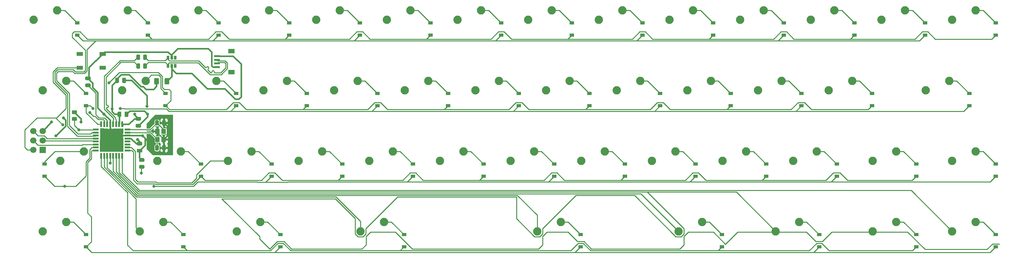
<source format=gbl>
G04 #@! TF.GenerationSoftware,KiCad,Pcbnew,5.1.10*
G04 #@! TF.CreationDate,2021-06-29T01:20:19+09:00*
G04 #@! TF.ProjectId,bakeneko40,62616b65-6e65-46b6-9f34-302e6b696361,rev?*
G04 #@! TF.SameCoordinates,Original*
G04 #@! TF.FileFunction,Copper,L2,Bot*
G04 #@! TF.FilePolarity,Positive*
%FSLAX46Y46*%
G04 Gerber Fmt 4.6, Leading zero omitted, Abs format (unit mm)*
G04 Created by KiCad (PCBNEW 5.1.10) date 2021-06-29 01:20:19*
%MOMM*%
%LPD*%
G01*
G04 APERTURE LIST*
G04 #@! TA.AperFunction,ComponentPad*
%ADD10C,2.250000*%
G04 #@! TD*
G04 #@! TA.AperFunction,SMDPad,CuDef*
%ADD11R,1.600000X0.550000*%
G04 #@! TD*
G04 #@! TA.AperFunction,SMDPad,CuDef*
%ADD12R,0.550000X1.600000*%
G04 #@! TD*
G04 #@! TA.AperFunction,SMDPad,CuDef*
%ADD13R,0.650000X1.060000*%
G04 #@! TD*
G04 #@! TA.AperFunction,SMDPad,CuDef*
%ADD14R,1.550000X0.600000*%
G04 #@! TD*
G04 #@! TA.AperFunction,SMDPad,CuDef*
%ADD15R,1.800000X1.200000*%
G04 #@! TD*
G04 #@! TA.AperFunction,SMDPad,CuDef*
%ADD16R,1.200000X1.400000*%
G04 #@! TD*
G04 #@! TA.AperFunction,SMDPad,CuDef*
%ADD17R,1.800000X1.100000*%
G04 #@! TD*
G04 #@! TA.AperFunction,ComponentPad*
%ADD18R,1.700000X1.700000*%
G04 #@! TD*
G04 #@! TA.AperFunction,ComponentPad*
%ADD19C,1.700000*%
G04 #@! TD*
G04 #@! TA.AperFunction,SMDPad,CuDef*
%ADD20R,1.200000X0.900000*%
G04 #@! TD*
G04 #@! TA.AperFunction,ViaPad*
%ADD21C,0.800000*%
G04 #@! TD*
G04 #@! TA.AperFunction,Conductor*
%ADD22C,0.381000*%
G04 #@! TD*
G04 #@! TA.AperFunction,Conductor*
%ADD23C,0.299720*%
G04 #@! TD*
G04 #@! TA.AperFunction,Conductor*
%ADD24C,0.254000*%
G04 #@! TD*
G04 #@! TA.AperFunction,Conductor*
%ADD25C,0.025400*%
G04 #@! TD*
G04 #@! TA.AperFunction,Conductor*
%ADD26C,0.100000*%
G04 #@! TD*
G04 APERTURE END LIST*
D10*
G04 #@! TO.P,MX16,2*
G04 #@! TO.N,Net-(D16-Pad2)*
X51752500Y-71120000D03*
G04 #@! TO.P,MX16,1*
G04 #@! TO.N,COL1*
X45402500Y-73660000D03*
G04 #@! TD*
G04 #@! TO.P,MX2,2*
G04 #@! TO.N,Net-(D2-Pad2)*
X46990000Y-52070000D03*
G04 #@! TO.P,MX2,1*
G04 #@! TO.N,COL1*
X40640000Y-54610000D03*
G04 #@! TD*
G04 #@! TO.P,C4,2*
G04 #@! TO.N,GND*
G04 #@! TA.AperFunction,SMDPad,CuDef*
G36*
G01*
X49325000Y-82770000D02*
X50275000Y-82770000D01*
G75*
G02*
X50525000Y-83020000I0J-250000D01*
G01*
X50525000Y-83520000D01*
G75*
G02*
X50275000Y-83770000I-250000J0D01*
G01*
X49325000Y-83770000D01*
G75*
G02*
X49075000Y-83520000I0J250000D01*
G01*
X49075000Y-83020000D01*
G75*
G02*
X49325000Y-82770000I250000J0D01*
G01*
G37*
G04 #@! TD.AperFunction*
G04 #@! TO.P,C4,1*
G04 #@! TO.N,+5V*
G04 #@! TA.AperFunction,SMDPad,CuDef*
G36*
G01*
X49325000Y-80870000D02*
X50275000Y-80870000D01*
G75*
G02*
X50525000Y-81120000I0J-250000D01*
G01*
X50525000Y-81620000D01*
G75*
G02*
X50275000Y-81870000I-250000J0D01*
G01*
X49325000Y-81870000D01*
G75*
G02*
X49075000Y-81620000I0J250000D01*
G01*
X49075000Y-81120000D01*
G75*
G02*
X49325000Y-80870000I250000J0D01*
G01*
G37*
G04 #@! TD.AperFunction*
G04 #@! TD*
D11*
G04 #@! TO.P,U1,1*
G04 #@! TO.N,Net-(C6-Pad1)*
X46850000Y-84320000D03*
G04 #@! TO.P,U1,2*
G04 #@! TO.N,Net-(C7-Pad1)*
X46850000Y-85120000D03*
G04 #@! TO.P,U1,3*
G04 #@! TO.N,GND*
X46850000Y-85920000D03*
G04 #@! TO.P,U1,4*
G04 #@! TO.N,+5V*
X46850000Y-86720000D03*
G04 #@! TO.P,U1,5*
G04 #@! TO.N,Net-(U1-Pad5)*
X46850000Y-87520000D03*
G04 #@! TO.P,U1,6*
G04 #@! TO.N,Net-(U1-Pad6)*
X46850000Y-88320000D03*
G04 #@! TO.P,U1,7*
G04 #@! TO.N,COL2*
X46850000Y-89120000D03*
G04 #@! TO.P,U1,8*
G04 #@! TO.N,ROW6*
X46850000Y-89920000D03*
D12*
G04 #@! TO.P,U1,9*
G04 #@! TO.N,COL7*
X45400000Y-91370000D03*
G04 #@! TO.P,U1,10*
G04 #@! TO.N,COL6*
X44600000Y-91370000D03*
G04 #@! TO.P,U1,11*
G04 #@! TO.N,COL5*
X43800000Y-91370000D03*
G04 #@! TO.P,U1,12*
G04 #@! TO.N,COL4*
X43000000Y-91370000D03*
G04 #@! TO.P,U1,13*
G04 #@! TO.N,Net-(R1-Pad2)*
X42200000Y-91370000D03*
G04 #@! TO.P,U1,14*
G04 #@! TO.N,COL3*
X41400000Y-91370000D03*
G04 #@! TO.P,U1,15*
G04 #@! TO.N,COL1*
X40600000Y-91370000D03*
G04 #@! TO.P,U1,16*
G04 #@! TO.N,ROW8*
X39800000Y-91370000D03*
D11*
G04 #@! TO.P,U1,17*
G04 #@! TO.N,ROW7*
X38350000Y-89920000D03*
G04 #@! TO.P,U1,18*
G04 #@! TO.N,ROW5*
X38350000Y-89120000D03*
G04 #@! TO.P,U1,19*
G04 #@! TO.N,SCK*
X38350000Y-88320000D03*
G04 #@! TO.P,U1,20*
G04 #@! TO.N,MOSI*
X38350000Y-87520000D03*
G04 #@! TO.P,U1,21*
G04 #@! TO.N,MISO*
X38350000Y-86720000D03*
G04 #@! TO.P,U1,22*
G04 #@! TO.N,ROW2*
X38350000Y-85920000D03*
G04 #@! TO.P,U1,23*
G04 #@! TO.N,ROW1*
X38350000Y-85120000D03*
G04 #@! TO.P,U1,24*
G04 #@! TO.N,Net-(J2-Pad5)*
X38350000Y-84320000D03*
D12*
G04 #@! TO.P,U1,25*
G04 #@! TO.N,ROW3*
X39800000Y-82870000D03*
G04 #@! TO.P,U1,26*
G04 #@! TO.N,ROW4*
X40600000Y-82870000D03*
G04 #@! TO.P,U1,27*
G04 #@! TO.N,Net-(C1-Pad1)*
X41400000Y-82870000D03*
G04 #@! TO.P,U1,28*
G04 #@! TO.N,GND*
X42200000Y-82870000D03*
G04 #@! TO.P,U1,29*
G04 #@! TO.N,Net-(R2-Pad1)*
X43000000Y-82870000D03*
G04 #@! TO.P,U1,30*
G04 #@! TO.N,Net-(R3-Pad1)*
X43800000Y-82870000D03*
G04 #@! TO.P,U1,31*
G04 #@! TO.N,+5V*
X44600000Y-82870000D03*
G04 #@! TO.P,U1,32*
X45400000Y-82870000D03*
G04 #@! TD*
G04 #@! TO.P,C5,1*
G04 #@! TO.N,+5V*
G04 #@! TA.AperFunction,SMDPad,CuDef*
G36*
G01*
X43550000Y-71475000D02*
X43550000Y-70525000D01*
G75*
G02*
X43800000Y-70275000I250000J0D01*
G01*
X44300000Y-70275000D01*
G75*
G02*
X44550000Y-70525000I0J-250000D01*
G01*
X44550000Y-71475000D01*
G75*
G02*
X44300000Y-71725000I-250000J0D01*
G01*
X43800000Y-71725000D01*
G75*
G02*
X43550000Y-71475000I0J250000D01*
G01*
G37*
G04 #@! TD.AperFunction*
G04 #@! TO.P,C5,2*
G04 #@! TO.N,GND*
G04 #@! TA.AperFunction,SMDPad,CuDef*
G36*
G01*
X45450000Y-71475000D02*
X45450000Y-70525000D01*
G75*
G02*
X45700000Y-70275000I250000J0D01*
G01*
X46200000Y-70275000D01*
G75*
G02*
X46450000Y-70525000I0J-250000D01*
G01*
X46450000Y-71475000D01*
G75*
G02*
X46200000Y-71725000I-250000J0D01*
G01*
X45700000Y-71725000D01*
G75*
G02*
X45450000Y-71475000I0J250000D01*
G01*
G37*
G04 #@! TD.AperFunction*
G04 #@! TD*
D10*
G04 #@! TO.P,MX29,2*
G04 #@! TO.N,Net-(D29-Pad2)*
X61277500Y-90170000D03*
G04 #@! TO.P,MX29,1*
G04 #@! TO.N,COL1*
X54927500Y-92710000D03*
G04 #@! TD*
G04 #@! TO.P,MX3,2*
G04 #@! TO.N,Net-(D3-Pad2)*
X66040000Y-52070000D03*
G04 #@! TO.P,MX3,1*
G04 #@! TO.N,COL2*
X59690000Y-54610000D03*
G04 #@! TD*
D13*
G04 #@! TO.P,U2,5*
G04 #@! TO.N,VBUS*
X58774999Y-67109811D03*
G04 #@! TO.P,U2,6*
G04 #@! TO.N,D-*
X57824999Y-67109811D03*
G04 #@! TO.P,U2,4*
G04 #@! TO.N,Net-(U2-Pad4)*
X59724999Y-67109811D03*
G04 #@! TO.P,U2,3*
G04 #@! TO.N,Net-(U2-Pad3)*
X59724999Y-64909811D03*
G04 #@! TO.P,U2,2*
G04 #@! TO.N,GND*
X58774999Y-64909811D03*
G04 #@! TO.P,U2,1*
G04 #@! TO.N,D+*
X57824999Y-64909811D03*
G04 #@! TD*
G04 #@! TO.P,R4,2*
G04 #@! TO.N,Net-(J2-Pad5)*
G04 #@! TA.AperFunction,SMDPad,CuDef*
G36*
G01*
X32099998Y-80912500D02*
X33000002Y-80912500D01*
G75*
G02*
X33250000Y-81162498I0J-249998D01*
G01*
X33250000Y-81687502D01*
G75*
G02*
X33000002Y-81937500I-249998J0D01*
G01*
X32099998Y-81937500D01*
G75*
G02*
X31850000Y-81687502I0J249998D01*
G01*
X31850000Y-81162498D01*
G75*
G02*
X32099998Y-80912500I249998J0D01*
G01*
G37*
G04 #@! TD.AperFunction*
G04 #@! TO.P,R4,1*
G04 #@! TO.N,+5V*
G04 #@! TA.AperFunction,SMDPad,CuDef*
G36*
G01*
X32099998Y-79087500D02*
X33000002Y-79087500D01*
G75*
G02*
X33250000Y-79337498I0J-249998D01*
G01*
X33250000Y-79862502D01*
G75*
G02*
X33000002Y-80112500I-249998J0D01*
G01*
X32099998Y-80112500D01*
G75*
G02*
X31850000Y-79862502I0J249998D01*
G01*
X31850000Y-79337498D01*
G75*
G02*
X32099998Y-79087500I249998J0D01*
G01*
G37*
G04 #@! TD.AperFunction*
G04 #@! TD*
D10*
G04 #@! TO.P,MX45,2*
G04 #@! TO.N,Net-(D45-Pad2)*
X163671250Y-109220000D03*
G04 #@! TO.P,MX45,1*
G04 #@! TO.N,COL4*
X157321250Y-111760000D03*
G04 #@! TD*
D14*
G04 #@! TO.P,J1,3*
G04 #@! TO.N,D+*
X71025000Y-66450000D03*
G04 #@! TO.P,J1,4*
G04 #@! TO.N,GND*
X71025000Y-67450000D03*
G04 #@! TO.P,J1,2*
G04 #@! TO.N,D-*
X71025000Y-65450000D03*
G04 #@! TO.P,J1,1*
G04 #@! TO.N,VBUS*
X71025000Y-64450000D03*
D15*
G04 #@! TO.P,J1,*
G04 #@! TO.N,*
X74900000Y-63150000D03*
X74900000Y-68750000D03*
G04 #@! TD*
D10*
G04 #@! TO.P,MX35,2*
G04 #@! TO.N,Net-(D35-Pad2)*
X175577500Y-90170000D03*
G04 #@! TO.P,MX35,1*
G04 #@! TO.N,COL4*
X169227500Y-92710000D03*
G04 #@! TD*
G04 #@! TO.P,MX44,2*
G04 #@! TO.N,Net-(D44-Pad2)*
X116046250Y-109220000D03*
G04 #@! TO.P,MX44,1*
G04 #@! TO.N,COL3*
X109696250Y-111760000D03*
G04 #@! TD*
G04 #@! TO.P,MX32,2*
G04 #@! TO.N,Net-(D32-Pad2)*
X118427500Y-90170000D03*
G04 #@! TO.P,MX32,1*
G04 #@! TO.N,COL3*
X112077500Y-92710000D03*
G04 #@! TD*
G04 #@! TO.P,MX41,2*
G04 #@! TO.N,Net-(D41-Pad2)*
X30321250Y-109220000D03*
G04 #@! TO.P,MX41,1*
G04 #@! TO.N,COL1*
X23971250Y-111760000D03*
G04 #@! TD*
G04 #@! TO.P,MX49,2*
G04 #@! TO.N,Net-(D49-Pad2)*
X275590000Y-109220000D03*
G04 #@! TO.P,MX49,1*
G04 #@! TO.N,COL7*
X269240000Y-111760000D03*
G04 #@! TD*
G04 #@! TO.P,MX21,2*
G04 #@! TO.N,Net-(D21-Pad2)*
X147002500Y-71120000D03*
G04 #@! TO.P,MX21,1*
G04 #@! TO.N,COL4*
X140652500Y-73660000D03*
G04 #@! TD*
G04 #@! TO.P,MX14,2*
G04 #@! TO.N,Net-(D14-Pad2)*
X275590000Y-52070000D03*
G04 #@! TO.P,MX14,1*
G04 #@! TO.N,COL7*
X269240000Y-54610000D03*
G04 #@! TD*
G04 #@! TO.P,MX30,2*
G04 #@! TO.N,Net-(D30-Pad2)*
X80327500Y-90170000D03*
G04 #@! TO.P,MX30,1*
G04 #@! TO.N,COL2*
X73977500Y-92710000D03*
G04 #@! TD*
G04 #@! TO.P,MX42,2*
G04 #@! TO.N,Net-(D42-Pad2)*
X56515000Y-109220000D03*
G04 #@! TO.P,MX42,1*
G04 #@! TO.N,COL1*
X50165000Y-111760000D03*
G04 #@! TD*
D16*
G04 #@! TO.P,Y1,1*
G04 #@! TO.N,Net-(C6-Pad1)*
X56635000Y-84755000D03*
G04 #@! TO.P,Y1,2*
G04 #@! TO.N,GND*
X56635000Y-86955000D03*
G04 #@! TO.P,Y1,3*
G04 #@! TO.N,Net-(C7-Pad1)*
X54935000Y-86955000D03*
G04 #@! TO.P,Y1,4*
G04 #@! TO.N,GND*
X54935000Y-84755000D03*
G04 #@! TD*
D17*
G04 #@! TO.P,SW1,4*
G04 #@! TO.N,N/C*
X33975000Y-63875000D03*
G04 #@! TO.P,SW1,3*
X40175000Y-67575000D03*
G04 #@! TO.P,SW1,2*
G04 #@! TO.N,Net-(J2-Pad5)*
X33975000Y-67575000D03*
G04 #@! TO.P,SW1,1*
G04 #@! TO.N,GND*
X40175000Y-63875000D03*
G04 #@! TD*
G04 #@! TO.P,R3,2*
G04 #@! TO.N,D-*
G04 #@! TA.AperFunction,SMDPad,CuDef*
G36*
G01*
X51081250Y-67593752D02*
X51081250Y-66693748D01*
G75*
G02*
X51331248Y-66443750I249998J0D01*
G01*
X51856252Y-66443750D01*
G75*
G02*
X52106250Y-66693748I0J-249998D01*
G01*
X52106250Y-67593752D01*
G75*
G02*
X51856252Y-67843750I-249998J0D01*
G01*
X51331248Y-67843750D01*
G75*
G02*
X51081250Y-67593752I0J249998D01*
G01*
G37*
G04 #@! TD.AperFunction*
G04 #@! TO.P,R3,1*
G04 #@! TO.N,Net-(R3-Pad1)*
G04 #@! TA.AperFunction,SMDPad,CuDef*
G36*
G01*
X49256250Y-67593650D02*
X49256250Y-66693850D01*
G75*
G02*
X49506350Y-66443750I250100J0D01*
G01*
X50031150Y-66443750D01*
G75*
G02*
X50281250Y-66693850I0J-250100D01*
G01*
X50281250Y-67593650D01*
G75*
G02*
X50031150Y-67843750I-250100J0D01*
G01*
X49506350Y-67843750D01*
G75*
G02*
X49256250Y-67593650I0J250100D01*
G01*
G37*
G04 #@! TD.AperFunction*
G04 #@! TD*
G04 #@! TO.P,R2,1*
G04 #@! TO.N,Net-(R2-Pad1)*
G04 #@! TA.AperFunction,SMDPad,CuDef*
G36*
G01*
X49256250Y-65212400D02*
X49256250Y-64312600D01*
G75*
G02*
X49506350Y-64062500I250100J0D01*
G01*
X50031150Y-64062500D01*
G75*
G02*
X50281250Y-64312600I0J-250100D01*
G01*
X50281250Y-65212400D01*
G75*
G02*
X50031150Y-65462500I-250100J0D01*
G01*
X49506350Y-65462500D01*
G75*
G02*
X49256250Y-65212400I0J250100D01*
G01*
G37*
G04 #@! TD.AperFunction*
G04 #@! TO.P,R2,2*
G04 #@! TO.N,D+*
G04 #@! TA.AperFunction,SMDPad,CuDef*
G36*
G01*
X51081250Y-65212502D02*
X51081250Y-64312498D01*
G75*
G02*
X51331248Y-64062500I249998J0D01*
G01*
X51856252Y-64062500D01*
G75*
G02*
X52106250Y-64312498I0J-249998D01*
G01*
X52106250Y-65212502D01*
G75*
G02*
X51856252Y-65462500I-249998J0D01*
G01*
X51331248Y-65462500D01*
G75*
G02*
X51081250Y-65212502I0J249998D01*
G01*
G37*
G04 #@! TD.AperFunction*
G04 #@! TD*
G04 #@! TO.P,R1,2*
G04 #@! TO.N,Net-(R1-Pad2)*
G04 #@! TA.AperFunction,SMDPad,CuDef*
G36*
G01*
X50279998Y-93840000D02*
X51180002Y-93840000D01*
G75*
G02*
X51430000Y-94089998I0J-249998D01*
G01*
X51430000Y-94615002D01*
G75*
G02*
X51180002Y-94865000I-249998J0D01*
G01*
X50279998Y-94865000D01*
G75*
G02*
X50030000Y-94615002I0J249998D01*
G01*
X50030000Y-94089998D01*
G75*
G02*
X50279998Y-93840000I249998J0D01*
G01*
G37*
G04 #@! TD.AperFunction*
G04 #@! TO.P,R1,1*
G04 #@! TO.N,GND*
G04 #@! TA.AperFunction,SMDPad,CuDef*
G36*
G01*
X50279998Y-92015000D02*
X51180002Y-92015000D01*
G75*
G02*
X51430000Y-92264998I0J-249998D01*
G01*
X51430000Y-92790002D01*
G75*
G02*
X51180002Y-93040000I-249998J0D01*
G01*
X50279998Y-93040000D01*
G75*
G02*
X50030000Y-92790002I0J249998D01*
G01*
X50030000Y-92264998D01*
G75*
G02*
X50279998Y-92015000I249998J0D01*
G01*
G37*
G04 #@! TD.AperFunction*
G04 #@! TD*
D10*
G04 #@! TO.P,MX48,2*
G04 #@! TO.N,Net-(D48-Pad2)*
X254158750Y-109220000D03*
G04 #@! TO.P,MX48,1*
G04 #@! TO.N,COL6*
X247808750Y-111760000D03*
G04 #@! TD*
G04 #@! TO.P,MX47,2*
G04 #@! TO.N,Net-(D47-Pad2)*
X227965000Y-109220000D03*
G04 #@! TO.P,MX47,1*
G04 #@! TO.N,COL6*
X221615000Y-111760000D03*
G04 #@! TD*
G04 #@! TO.P,MX46,2*
G04 #@! TO.N,Net-(D46-Pad2)*
X201771250Y-109220000D03*
G04 #@! TO.P,MX46,1*
G04 #@! TO.N,COL5*
X195421250Y-111760000D03*
G04 #@! TD*
G04 #@! TO.P,MX43,2*
G04 #@! TO.N,Net-(D43-Pad2)*
X82708750Y-109220000D03*
G04 #@! TO.P,MX43,1*
G04 #@! TO.N,COL2*
X76358750Y-111760000D03*
G04 #@! TD*
G04 #@! TO.P,MX40,2*
G04 #@! TO.N,Net-(D40-Pad2)*
X275590000Y-90170000D03*
G04 #@! TO.P,MX40,1*
G04 #@! TO.N,COL7*
X269240000Y-92710000D03*
G04 #@! TD*
G04 #@! TO.P,MX39,2*
G04 #@! TO.N,Net-(D39-Pad2)*
X254158750Y-90170000D03*
G04 #@! TO.P,MX39,1*
G04 #@! TO.N,COL6*
X247808750Y-92710000D03*
G04 #@! TD*
G04 #@! TO.P,MX38,2*
G04 #@! TO.N,Net-(D38-Pad2)*
X232727500Y-90170000D03*
G04 #@! TO.P,MX38,1*
G04 #@! TO.N,COL6*
X226377500Y-92710000D03*
G04 #@! TD*
G04 #@! TO.P,MX37,2*
G04 #@! TO.N,Net-(D37-Pad2)*
X213677500Y-90170000D03*
G04 #@! TO.P,MX37,1*
G04 #@! TO.N,COL5*
X207327500Y-92710000D03*
G04 #@! TD*
G04 #@! TO.P,MX36,2*
G04 #@! TO.N,Net-(D36-Pad2)*
X194627500Y-90170000D03*
G04 #@! TO.P,MX36,1*
G04 #@! TO.N,COL5*
X188277500Y-92710000D03*
G04 #@! TD*
G04 #@! TO.P,MX34,2*
G04 #@! TO.N,Net-(D34-Pad2)*
X156527500Y-90170000D03*
G04 #@! TO.P,MX34,1*
G04 #@! TO.N,COL4*
X150177500Y-92710000D03*
G04 #@! TD*
G04 #@! TO.P,MX33,2*
G04 #@! TO.N,Net-(D33-Pad2)*
X137477500Y-90170000D03*
G04 #@! TO.P,MX33,1*
G04 #@! TO.N,COL3*
X131127500Y-92710000D03*
G04 #@! TD*
G04 #@! TO.P,MX31,2*
G04 #@! TO.N,Net-(D31-Pad2)*
X99377500Y-90170000D03*
G04 #@! TO.P,MX31,1*
G04 #@! TO.N,COL2*
X93027500Y-92710000D03*
G04 #@! TD*
G04 #@! TO.P,MX28,2*
G04 #@! TO.N,Net-(D28-Pad2)*
X35083750Y-90170000D03*
G04 #@! TO.P,MX28,1*
G04 #@! TO.N,COL1*
X28733750Y-92710000D03*
G04 #@! TD*
G04 #@! TO.P,MX27,2*
G04 #@! TO.N,Net-(D27-Pad2)*
X268446250Y-71120000D03*
G04 #@! TO.P,MX27,1*
G04 #@! TO.N,COL7*
X262096250Y-73660000D03*
G04 #@! TD*
G04 #@! TO.P,MX26,2*
G04 #@! TO.N,Net-(D26-Pad2)*
X242252500Y-71120000D03*
G04 #@! TO.P,MX26,1*
G04 #@! TO.N,COL6*
X235902500Y-73660000D03*
G04 #@! TD*
G04 #@! TO.P,MX25,2*
G04 #@! TO.N,Net-(D25-Pad2)*
X223202500Y-71120000D03*
G04 #@! TO.P,MX25,1*
G04 #@! TO.N,COL6*
X216852500Y-73660000D03*
G04 #@! TD*
G04 #@! TO.P,MX24,2*
G04 #@! TO.N,Net-(D24-Pad2)*
X204152500Y-71120000D03*
G04 #@! TO.P,MX24,1*
G04 #@! TO.N,COL5*
X197802500Y-73660000D03*
G04 #@! TD*
G04 #@! TO.P,MX23,2*
G04 #@! TO.N,Net-(D23-Pad2)*
X185102500Y-71120000D03*
G04 #@! TO.P,MX23,1*
G04 #@! TO.N,COL5*
X178752500Y-73660000D03*
G04 #@! TD*
G04 #@! TO.P,MX22,2*
G04 #@! TO.N,Net-(D22-Pad2)*
X166052500Y-71120000D03*
G04 #@! TO.P,MX22,1*
G04 #@! TO.N,COL4*
X159702500Y-73660000D03*
G04 #@! TD*
G04 #@! TO.P,MX20,2*
G04 #@! TO.N,Net-(D20-Pad2)*
X127952500Y-71120000D03*
G04 #@! TO.P,MX20,1*
G04 #@! TO.N,COL3*
X121602500Y-73660000D03*
G04 #@! TD*
G04 #@! TO.P,MX19,2*
G04 #@! TO.N,Net-(D19-Pad2)*
X108902500Y-71120000D03*
G04 #@! TO.P,MX19,1*
G04 #@! TO.N,COL3*
X102552500Y-73660000D03*
G04 #@! TD*
G04 #@! TO.P,MX18,2*
G04 #@! TO.N,Net-(D18-Pad2)*
X89852500Y-71120000D03*
G04 #@! TO.P,MX18,1*
G04 #@! TO.N,COL2*
X83502500Y-73660000D03*
G04 #@! TD*
G04 #@! TO.P,MX17,2*
G04 #@! TO.N,Net-(D17-Pad2)*
X70802500Y-71120000D03*
G04 #@! TO.P,MX17,1*
G04 #@! TO.N,COL2*
X64452500Y-73660000D03*
G04 #@! TD*
G04 #@! TO.P,MX15,2*
G04 #@! TO.N,Net-(D15-Pad2)*
X30321250Y-71120000D03*
G04 #@! TO.P,MX15,1*
G04 #@! TO.N,COL1*
X23971250Y-73660000D03*
G04 #@! TD*
G04 #@! TO.P,MX13,2*
G04 #@! TO.N,Net-(D13-Pad2)*
X256540000Y-52070000D03*
G04 #@! TO.P,MX13,1*
G04 #@! TO.N,COL7*
X250190000Y-54610000D03*
G04 #@! TD*
G04 #@! TO.P,MX12,2*
G04 #@! TO.N,Net-(D12-Pad2)*
X237490000Y-52070000D03*
G04 #@! TO.P,MX12,1*
G04 #@! TO.N,COL6*
X231140000Y-54610000D03*
G04 #@! TD*
G04 #@! TO.P,MX11,2*
G04 #@! TO.N,Net-(D11-Pad2)*
X218440000Y-52070000D03*
G04 #@! TO.P,MX11,1*
G04 #@! TO.N,COL6*
X212090000Y-54610000D03*
G04 #@! TD*
G04 #@! TO.P,MX10,2*
G04 #@! TO.N,Net-(D10-Pad2)*
X199390000Y-52070000D03*
G04 #@! TO.P,MX10,1*
G04 #@! TO.N,COL5*
X193040000Y-54610000D03*
G04 #@! TD*
G04 #@! TO.P,MX9,2*
G04 #@! TO.N,Net-(D9-Pad2)*
X180340000Y-52070000D03*
G04 #@! TO.P,MX9,1*
G04 #@! TO.N,COL5*
X173990000Y-54610000D03*
G04 #@! TD*
G04 #@! TO.P,MX8,2*
G04 #@! TO.N,Net-(D8-Pad2)*
X161290000Y-52070000D03*
G04 #@! TO.P,MX8,1*
G04 #@! TO.N,COL4*
X154940000Y-54610000D03*
G04 #@! TD*
G04 #@! TO.P,MX7,2*
G04 #@! TO.N,Net-(D7-Pad2)*
X142240000Y-52070000D03*
G04 #@! TO.P,MX7,1*
G04 #@! TO.N,COL4*
X135890000Y-54610000D03*
G04 #@! TD*
G04 #@! TO.P,MX6,2*
G04 #@! TO.N,Net-(D6-Pad2)*
X123190000Y-52070000D03*
G04 #@! TO.P,MX6,1*
G04 #@! TO.N,COL3*
X116840000Y-54610000D03*
G04 #@! TD*
G04 #@! TO.P,MX5,2*
G04 #@! TO.N,Net-(D5-Pad2)*
X104140000Y-52070000D03*
G04 #@! TO.P,MX5,1*
G04 #@! TO.N,COL3*
X97790000Y-54610000D03*
G04 #@! TD*
G04 #@! TO.P,MX4,2*
G04 #@! TO.N,Net-(D4-Pad2)*
X85090000Y-52070000D03*
G04 #@! TO.P,MX4,1*
G04 #@! TO.N,COL2*
X78740000Y-54610000D03*
G04 #@! TD*
G04 #@! TO.P,MX1,2*
G04 #@! TO.N,Net-(D1-Pad2)*
X27940000Y-52070000D03*
G04 #@! TO.P,MX1,1*
G04 #@! TO.N,COL1*
X21590000Y-54610000D03*
G04 #@! TD*
D18*
G04 #@! TO.P,J2,6*
G04 #@! TO.N,GND*
X23975000Y-89750000D03*
D19*
G04 #@! TO.P,J2,5*
G04 #@! TO.N,Net-(J2-Pad5)*
X21435000Y-89750000D03*
G04 #@! TO.P,J2,4*
G04 #@! TO.N,MOSI*
X23975000Y-87210000D03*
G04 #@! TO.P,J2,3*
G04 #@! TO.N,SCK*
X21435000Y-87210000D03*
G04 #@! TO.P,J2,2*
G04 #@! TO.N,+5V*
X23975000Y-84670000D03*
G04 #@! TO.P,J2,1*
G04 #@! TO.N,MISO*
X21435000Y-84670000D03*
G04 #@! TD*
G04 #@! TO.P,F1,2*
G04 #@! TO.N,VBUS*
G04 #@! TA.AperFunction,SMDPad,CuDef*
G36*
G01*
X56875000Y-71875000D02*
X56875000Y-70625000D01*
G75*
G02*
X57125000Y-70375000I250000J0D01*
G01*
X57875000Y-70375000D01*
G75*
G02*
X58125000Y-70625000I0J-250000D01*
G01*
X58125000Y-71875000D01*
G75*
G02*
X57875000Y-72125000I-250000J0D01*
G01*
X57125000Y-72125000D01*
G75*
G02*
X56875000Y-71875000I0J250000D01*
G01*
G37*
G04 #@! TD.AperFunction*
G04 #@! TO.P,F1,1*
G04 #@! TO.N,+5V*
G04 #@! TA.AperFunction,SMDPad,CuDef*
G36*
G01*
X54075000Y-71875000D02*
X54075000Y-70625000D01*
G75*
G02*
X54325000Y-70375000I250000J0D01*
G01*
X55075000Y-70375000D01*
G75*
G02*
X55325000Y-70625000I0J-250000D01*
G01*
X55325000Y-71875000D01*
G75*
G02*
X55075000Y-72125000I-250000J0D01*
G01*
X54325000Y-72125000D01*
G75*
G02*
X54075000Y-71875000I0J250000D01*
G01*
G37*
G04 #@! TD.AperFunction*
G04 #@! TD*
D20*
G04 #@! TO.P,D49,2*
G04 #@! TO.N,Net-(D49-Pad2)*
X280987500Y-112650000D03*
G04 #@! TO.P,D49,1*
G04 #@! TO.N,ROW7*
X280987500Y-115950000D03*
G04 #@! TD*
G04 #@! TO.P,D48,2*
G04 #@! TO.N,Net-(D48-Pad2)*
X259556250Y-112650000D03*
G04 #@! TO.P,D48,1*
G04 #@! TO.N,ROW8*
X259556250Y-115950000D03*
G04 #@! TD*
G04 #@! TO.P,D47,2*
G04 #@! TO.N,Net-(D47-Pad2)*
X233362500Y-112650000D03*
G04 #@! TO.P,D47,1*
G04 #@! TO.N,ROW7*
X233362500Y-115950000D03*
G04 #@! TD*
G04 #@! TO.P,D46,2*
G04 #@! TO.N,Net-(D46-Pad2)*
X207168750Y-112650000D03*
G04 #@! TO.P,D46,1*
G04 #@! TO.N,ROW8*
X207168750Y-115950000D03*
G04 #@! TD*
G04 #@! TO.P,D45,2*
G04 #@! TO.N,Net-(D45-Pad2)*
X169068750Y-112650000D03*
G04 #@! TO.P,D45,1*
G04 #@! TO.N,ROW7*
X169068750Y-115950000D03*
G04 #@! TD*
G04 #@! TO.P,D44,2*
G04 #@! TO.N,Net-(D44-Pad2)*
X121443750Y-112650000D03*
G04 #@! TO.P,D44,1*
G04 #@! TO.N,ROW8*
X121443750Y-115950000D03*
G04 #@! TD*
G04 #@! TO.P,D43,2*
G04 #@! TO.N,Net-(D43-Pad2)*
X88106250Y-112650000D03*
G04 #@! TO.P,D43,1*
G04 #@! TO.N,ROW7*
X88106250Y-115950000D03*
G04 #@! TD*
G04 #@! TO.P,D42,2*
G04 #@! TO.N,Net-(D42-Pad2)*
X61912500Y-112650000D03*
G04 #@! TO.P,D42,1*
G04 #@! TO.N,ROW8*
X61912500Y-115950000D03*
G04 #@! TD*
G04 #@! TO.P,D41,2*
G04 #@! TO.N,Net-(D41-Pad2)*
X35718750Y-112650000D03*
G04 #@! TO.P,D41,1*
G04 #@! TO.N,ROW7*
X35718750Y-115950000D03*
G04 #@! TD*
G04 #@! TO.P,D40,2*
G04 #@! TO.N,Net-(D40-Pad2)*
X280987500Y-93600000D03*
G04 #@! TO.P,D40,1*
G04 #@! TO.N,ROW5*
X280987500Y-96900000D03*
G04 #@! TD*
G04 #@! TO.P,D39,2*
G04 #@! TO.N,Net-(D39-Pad2)*
X259556250Y-93600000D03*
G04 #@! TO.P,D39,1*
G04 #@! TO.N,ROW6*
X259556250Y-96900000D03*
G04 #@! TD*
G04 #@! TO.P,D38,2*
G04 #@! TO.N,Net-(D38-Pad2)*
X238125000Y-93600000D03*
G04 #@! TO.P,D38,1*
G04 #@! TO.N,ROW5*
X238125000Y-96900000D03*
G04 #@! TD*
G04 #@! TO.P,D37,2*
G04 #@! TO.N,Net-(D37-Pad2)*
X219075000Y-93600000D03*
G04 #@! TO.P,D37,1*
G04 #@! TO.N,ROW6*
X219075000Y-96900000D03*
G04 #@! TD*
G04 #@! TO.P,D36,2*
G04 #@! TO.N,Net-(D36-Pad2)*
X200025000Y-93600000D03*
G04 #@! TO.P,D36,1*
G04 #@! TO.N,ROW5*
X200025000Y-96900000D03*
G04 #@! TD*
G04 #@! TO.P,D35,2*
G04 #@! TO.N,Net-(D35-Pad2)*
X180975000Y-93600000D03*
G04 #@! TO.P,D35,1*
G04 #@! TO.N,ROW6*
X180975000Y-96900000D03*
G04 #@! TD*
G04 #@! TO.P,D34,2*
G04 #@! TO.N,Net-(D34-Pad2)*
X161925000Y-93600000D03*
G04 #@! TO.P,D34,1*
G04 #@! TO.N,ROW5*
X161925000Y-96900000D03*
G04 #@! TD*
G04 #@! TO.P,D33,2*
G04 #@! TO.N,Net-(D33-Pad2)*
X142875000Y-93600000D03*
G04 #@! TO.P,D33,1*
G04 #@! TO.N,ROW6*
X142875000Y-96900000D03*
G04 #@! TD*
G04 #@! TO.P,D32,2*
G04 #@! TO.N,Net-(D32-Pad2)*
X123825000Y-93600000D03*
G04 #@! TO.P,D32,1*
G04 #@! TO.N,ROW5*
X123825000Y-96900000D03*
G04 #@! TD*
G04 #@! TO.P,D31,2*
G04 #@! TO.N,Net-(D31-Pad2)*
X104775000Y-93600000D03*
G04 #@! TO.P,D31,1*
G04 #@! TO.N,ROW6*
X104775000Y-96900000D03*
G04 #@! TD*
G04 #@! TO.P,D30,2*
G04 #@! TO.N,Net-(D30-Pad2)*
X85725000Y-93600000D03*
G04 #@! TO.P,D30,1*
G04 #@! TO.N,ROW5*
X85725000Y-96900000D03*
G04 #@! TD*
G04 #@! TO.P,D29,2*
G04 #@! TO.N,Net-(D29-Pad2)*
X66675000Y-93600000D03*
G04 #@! TO.P,D29,1*
G04 #@! TO.N,ROW6*
X66675000Y-96900000D03*
G04 #@! TD*
G04 #@! TO.P,D28,2*
G04 #@! TO.N,Net-(D28-Pad2)*
X24500000Y-93600000D03*
G04 #@! TO.P,D28,1*
G04 #@! TO.N,ROW5*
X24500000Y-96900000D03*
G04 #@! TD*
G04 #@! TO.P,D27,2*
G04 #@! TO.N,Net-(D27-Pad2)*
X273843750Y-74550000D03*
G04 #@! TO.P,D27,1*
G04 #@! TO.N,ROW3*
X273843750Y-77850000D03*
G04 #@! TD*
G04 #@! TO.P,D26,2*
G04 #@! TO.N,Net-(D26-Pad2)*
X247650000Y-74550000D03*
G04 #@! TO.P,D26,1*
G04 #@! TO.N,ROW4*
X247650000Y-77850000D03*
G04 #@! TD*
G04 #@! TO.P,D25,2*
G04 #@! TO.N,Net-(D25-Pad2)*
X228600000Y-74550000D03*
G04 #@! TO.P,D25,1*
G04 #@! TO.N,ROW3*
X228600000Y-77850000D03*
G04 #@! TD*
G04 #@! TO.P,D24,2*
G04 #@! TO.N,Net-(D24-Pad2)*
X209550000Y-74550000D03*
G04 #@! TO.P,D24,1*
G04 #@! TO.N,ROW4*
X209550000Y-77850000D03*
G04 #@! TD*
G04 #@! TO.P,D23,2*
G04 #@! TO.N,Net-(D23-Pad2)*
X190500000Y-74550000D03*
G04 #@! TO.P,D23,1*
G04 #@! TO.N,ROW3*
X190500000Y-77850000D03*
G04 #@! TD*
G04 #@! TO.P,D22,2*
G04 #@! TO.N,Net-(D22-Pad2)*
X171450000Y-74550000D03*
G04 #@! TO.P,D22,1*
G04 #@! TO.N,ROW4*
X171450000Y-77850000D03*
G04 #@! TD*
G04 #@! TO.P,D21,2*
G04 #@! TO.N,Net-(D21-Pad2)*
X152400000Y-74550000D03*
G04 #@! TO.P,D21,1*
G04 #@! TO.N,ROW3*
X152400000Y-77850000D03*
G04 #@! TD*
G04 #@! TO.P,D20,2*
G04 #@! TO.N,Net-(D20-Pad2)*
X133350000Y-74550000D03*
G04 #@! TO.P,D20,1*
G04 #@! TO.N,ROW4*
X133350000Y-77850000D03*
G04 #@! TD*
G04 #@! TO.P,D19,2*
G04 #@! TO.N,Net-(D19-Pad2)*
X114300000Y-74550000D03*
G04 #@! TO.P,D19,1*
G04 #@! TO.N,ROW3*
X114300000Y-77850000D03*
G04 #@! TD*
G04 #@! TO.P,D18,2*
G04 #@! TO.N,Net-(D18-Pad2)*
X95250000Y-74550000D03*
G04 #@! TO.P,D18,1*
G04 #@! TO.N,ROW4*
X95250000Y-77850000D03*
G04 #@! TD*
G04 #@! TO.P,D17,2*
G04 #@! TO.N,Net-(D17-Pad2)*
X76200000Y-74550000D03*
G04 #@! TO.P,D17,1*
G04 #@! TO.N,ROW3*
X76200000Y-77850000D03*
G04 #@! TD*
G04 #@! TO.P,D16,2*
G04 #@! TO.N,Net-(D16-Pad2)*
X57150000Y-74550000D03*
G04 #@! TO.P,D16,1*
G04 #@! TO.N,ROW4*
X57150000Y-77850000D03*
G04 #@! TD*
G04 #@! TO.P,D15,2*
G04 #@! TO.N,Net-(D15-Pad2)*
X35718750Y-74550000D03*
G04 #@! TO.P,D15,1*
G04 #@! TO.N,ROW3*
X35718750Y-77850000D03*
G04 #@! TD*
G04 #@! TO.P,D14,2*
G04 #@! TO.N,Net-(D14-Pad2)*
X280987500Y-55500000D03*
G04 #@! TO.P,D14,1*
G04 #@! TO.N,ROW2*
X280987500Y-58800000D03*
G04 #@! TD*
G04 #@! TO.P,D13,2*
G04 #@! TO.N,Net-(D13-Pad2)*
X261937500Y-55500000D03*
G04 #@! TO.P,D13,1*
G04 #@! TO.N,ROW1*
X261937500Y-58800000D03*
G04 #@! TD*
G04 #@! TO.P,D12,2*
G04 #@! TO.N,Net-(D12-Pad2)*
X242887500Y-55500000D03*
G04 #@! TO.P,D12,1*
G04 #@! TO.N,ROW2*
X242887500Y-58800000D03*
G04 #@! TD*
G04 #@! TO.P,D11,2*
G04 #@! TO.N,Net-(D11-Pad2)*
X223837500Y-55500000D03*
G04 #@! TO.P,D11,1*
G04 #@! TO.N,ROW1*
X223837500Y-58800000D03*
G04 #@! TD*
G04 #@! TO.P,D10,2*
G04 #@! TO.N,Net-(D10-Pad2)*
X204787500Y-55500000D03*
G04 #@! TO.P,D10,1*
G04 #@! TO.N,ROW2*
X204787500Y-58800000D03*
G04 #@! TD*
G04 #@! TO.P,D9,2*
G04 #@! TO.N,Net-(D9-Pad2)*
X185737500Y-55500000D03*
G04 #@! TO.P,D9,1*
G04 #@! TO.N,ROW1*
X185737500Y-58800000D03*
G04 #@! TD*
G04 #@! TO.P,D8,2*
G04 #@! TO.N,Net-(D8-Pad2)*
X166687500Y-55500000D03*
G04 #@! TO.P,D8,1*
G04 #@! TO.N,ROW2*
X166687500Y-58800000D03*
G04 #@! TD*
G04 #@! TO.P,D7,2*
G04 #@! TO.N,Net-(D7-Pad2)*
X147637500Y-55500000D03*
G04 #@! TO.P,D7,1*
G04 #@! TO.N,ROW1*
X147637500Y-58800000D03*
G04 #@! TD*
G04 #@! TO.P,D6,2*
G04 #@! TO.N,Net-(D6-Pad2)*
X128587500Y-55500000D03*
G04 #@! TO.P,D6,1*
G04 #@! TO.N,ROW2*
X128587500Y-58800000D03*
G04 #@! TD*
G04 #@! TO.P,D5,2*
G04 #@! TO.N,Net-(D5-Pad2)*
X109537500Y-55500000D03*
G04 #@! TO.P,D5,1*
G04 #@! TO.N,ROW1*
X109537500Y-58800000D03*
G04 #@! TD*
G04 #@! TO.P,D4,2*
G04 #@! TO.N,Net-(D4-Pad2)*
X90487500Y-55500000D03*
G04 #@! TO.P,D4,1*
G04 #@! TO.N,ROW2*
X90487500Y-58800000D03*
G04 #@! TD*
G04 #@! TO.P,D3,2*
G04 #@! TO.N,Net-(D3-Pad2)*
X71437500Y-55500000D03*
G04 #@! TO.P,D3,1*
G04 #@! TO.N,ROW1*
X71437500Y-58800000D03*
G04 #@! TD*
G04 #@! TO.P,D2,2*
G04 #@! TO.N,Net-(D2-Pad2)*
X52387500Y-55500000D03*
G04 #@! TO.P,D2,1*
G04 #@! TO.N,ROW2*
X52387500Y-58800000D03*
G04 #@! TD*
G04 #@! TO.P,D1,2*
G04 #@! TO.N,Net-(D1-Pad2)*
X33337500Y-55500000D03*
G04 #@! TO.P,D1,1*
G04 #@! TO.N,ROW1*
X33337500Y-58800000D03*
G04 #@! TD*
G04 #@! TO.P,C7,1*
G04 #@! TO.N,Net-(C7-Pad1)*
G04 #@! TA.AperFunction,SMDPad,CuDef*
G36*
G01*
X54310000Y-89705000D02*
X54310000Y-88755000D01*
G75*
G02*
X54560000Y-88505000I250000J0D01*
G01*
X55060000Y-88505000D01*
G75*
G02*
X55310000Y-88755000I0J-250000D01*
G01*
X55310000Y-89705000D01*
G75*
G02*
X55060000Y-89955000I-250000J0D01*
G01*
X54560000Y-89955000D01*
G75*
G02*
X54310000Y-89705000I0J250000D01*
G01*
G37*
G04 #@! TD.AperFunction*
G04 #@! TO.P,C7,2*
G04 #@! TO.N,GND*
G04 #@! TA.AperFunction,SMDPad,CuDef*
G36*
G01*
X56210000Y-89705000D02*
X56210000Y-88755000D01*
G75*
G02*
X56460000Y-88505000I250000J0D01*
G01*
X56960000Y-88505000D01*
G75*
G02*
X57210000Y-88755000I0J-250000D01*
G01*
X57210000Y-89705000D01*
G75*
G02*
X56960000Y-89955000I-250000J0D01*
G01*
X56460000Y-89955000D01*
G75*
G02*
X56210000Y-89705000I0J250000D01*
G01*
G37*
G04 #@! TD.AperFunction*
G04 #@! TD*
G04 #@! TO.P,C6,1*
G04 #@! TO.N,Net-(C6-Pad1)*
G04 #@! TA.AperFunction,SMDPad,CuDef*
G36*
G01*
X54310000Y-82955000D02*
X54310000Y-82005000D01*
G75*
G02*
X54560000Y-81755000I250000J0D01*
G01*
X55060000Y-81755000D01*
G75*
G02*
X55310000Y-82005000I0J-250000D01*
G01*
X55310000Y-82955000D01*
G75*
G02*
X55060000Y-83205000I-250000J0D01*
G01*
X54560000Y-83205000D01*
G75*
G02*
X54310000Y-82955000I0J250000D01*
G01*
G37*
G04 #@! TD.AperFunction*
G04 #@! TO.P,C6,2*
G04 #@! TO.N,GND*
G04 #@! TA.AperFunction,SMDPad,CuDef*
G36*
G01*
X56210000Y-82955000D02*
X56210000Y-82005000D01*
G75*
G02*
X56460000Y-81755000I250000J0D01*
G01*
X56960000Y-81755000D01*
G75*
G02*
X57210000Y-82005000I0J-250000D01*
G01*
X57210000Y-82955000D01*
G75*
G02*
X56960000Y-83205000I-250000J0D01*
G01*
X56460000Y-83205000D01*
G75*
G02*
X56210000Y-82955000I0J250000D01*
G01*
G37*
G04 #@! TD.AperFunction*
G04 #@! TD*
G04 #@! TO.P,C3,1*
G04 #@! TO.N,+5V*
G04 #@! TA.AperFunction,SMDPad,CuDef*
G36*
G01*
X49655000Y-87600000D02*
X50605000Y-87600000D01*
G75*
G02*
X50855000Y-87850000I0J-250000D01*
G01*
X50855000Y-88350000D01*
G75*
G02*
X50605000Y-88600000I-250000J0D01*
G01*
X49655000Y-88600000D01*
G75*
G02*
X49405000Y-88350000I0J250000D01*
G01*
X49405000Y-87850000D01*
G75*
G02*
X49655000Y-87600000I250000J0D01*
G01*
G37*
G04 #@! TD.AperFunction*
G04 #@! TO.P,C3,2*
G04 #@! TO.N,GND*
G04 #@! TA.AperFunction,SMDPad,CuDef*
G36*
G01*
X49655000Y-89500000D02*
X50605000Y-89500000D01*
G75*
G02*
X50855000Y-89750000I0J-250000D01*
G01*
X50855000Y-90250000D01*
G75*
G02*
X50605000Y-90500000I-250000J0D01*
G01*
X49655000Y-90500000D01*
G75*
G02*
X49405000Y-90250000I0J250000D01*
G01*
X49405000Y-89750000D01*
G75*
G02*
X49655000Y-89500000I250000J0D01*
G01*
G37*
G04 #@! TD.AperFunction*
G04 #@! TD*
G04 #@! TO.P,C2,2*
G04 #@! TO.N,GND*
G04 #@! TA.AperFunction,SMDPad,CuDef*
G36*
G01*
X46090000Y-80645000D02*
X46090000Y-79695000D01*
G75*
G02*
X46340000Y-79445000I250000J0D01*
G01*
X46840000Y-79445000D01*
G75*
G02*
X47090000Y-79695000I0J-250000D01*
G01*
X47090000Y-80645000D01*
G75*
G02*
X46840000Y-80895000I-250000J0D01*
G01*
X46340000Y-80895000D01*
G75*
G02*
X46090000Y-80645000I0J250000D01*
G01*
G37*
G04 #@! TD.AperFunction*
G04 #@! TO.P,C2,1*
G04 #@! TO.N,+5V*
G04 #@! TA.AperFunction,SMDPad,CuDef*
G36*
G01*
X44190000Y-80645000D02*
X44190000Y-79695000D01*
G75*
G02*
X44440000Y-79445000I250000J0D01*
G01*
X44940000Y-79445000D01*
G75*
G02*
X45190000Y-79695000I0J-250000D01*
G01*
X45190000Y-80645000D01*
G75*
G02*
X44940000Y-80895000I-250000J0D01*
G01*
X44440000Y-80895000D01*
G75*
G02*
X44190000Y-80645000I0J250000D01*
G01*
G37*
G04 #@! TD.AperFunction*
G04 #@! TD*
G04 #@! TO.P,C1,2*
G04 #@! TO.N,GND*
G04 #@! TA.AperFunction,SMDPad,CuDef*
G36*
G01*
X36675000Y-70950000D02*
X35725000Y-70950000D01*
G75*
G02*
X35475000Y-70700000I0J250000D01*
G01*
X35475000Y-70200000D01*
G75*
G02*
X35725000Y-69950000I250000J0D01*
G01*
X36675000Y-69950000D01*
G75*
G02*
X36925000Y-70200000I0J-250000D01*
G01*
X36925000Y-70700000D01*
G75*
G02*
X36675000Y-70950000I-250000J0D01*
G01*
G37*
G04 #@! TD.AperFunction*
G04 #@! TO.P,C1,1*
G04 #@! TO.N,Net-(C1-Pad1)*
G04 #@! TA.AperFunction,SMDPad,CuDef*
G36*
G01*
X36675000Y-72850000D02*
X35725000Y-72850000D01*
G75*
G02*
X35475000Y-72600000I0J250000D01*
G01*
X35475000Y-72100000D01*
G75*
G02*
X35725000Y-71850000I250000J0D01*
G01*
X36675000Y-71850000D01*
G75*
G02*
X36925000Y-72100000I0J-250000D01*
G01*
X36925000Y-72600000D01*
G75*
G02*
X36675000Y-72850000I-250000J0D01*
G01*
G37*
G04 #@! TD.AperFunction*
G04 #@! TD*
D21*
G04 #@! TO.N,GND*
X40519720Y-80090000D03*
X29610000Y-81130000D03*
X27534897Y-85964897D03*
X52300000Y-80140000D03*
X50910000Y-85990000D03*
X52120000Y-77982990D03*
G04 #@! TO.N,+5V*
X26420000Y-82225000D03*
X49550000Y-86950000D03*
X34325000Y-82225000D03*
X48840000Y-80096741D03*
X42700000Y-78700000D03*
G04 #@! TO.N,ROW3*
X37580000Y-78580000D03*
X44930000Y-78590130D03*
G04 #@! TO.N,Net-(R1-Pad2)*
X42200000Y-93330000D03*
X50630000Y-96040000D03*
G04 #@! TO.N,ROW4*
X36700000Y-79700000D03*
X41840000Y-71660000D03*
G04 #@! TO.N,ROW5*
X53972999Y-99627001D03*
X29972999Y-99627001D03*
G04 #@! TO.N,Net-(J2-Pad5)*
X29390000Y-83000000D03*
X33762500Y-84362500D03*
G04 #@! TD*
D22*
G04 #@! TO.N,GND*
X56710000Y-87030000D02*
X56635000Y-86955000D01*
X56710000Y-89230000D02*
X56710000Y-87030000D01*
X54935000Y-85155000D02*
X54935000Y-84755000D01*
D23*
X56635000Y-86855000D02*
X54935000Y-85155000D01*
D22*
X56635000Y-86955000D02*
X56635000Y-86855000D01*
X40337370Y-63712630D02*
X40175000Y-63875000D01*
X24601870Y-89750000D02*
X23975000Y-89750000D01*
X57710000Y-83480000D02*
X56710000Y-82480000D01*
X57710000Y-85880000D02*
X57710000Y-83480000D01*
X56635000Y-86955000D02*
X57710000Y-85880000D01*
X60430090Y-62425000D02*
X58774999Y-64080091D01*
X58774999Y-64080091D02*
X58774999Y-64909811D01*
X68650000Y-62425000D02*
X60430090Y-62425000D01*
X69600000Y-63375000D02*
X68650000Y-62425000D01*
X69600000Y-67099720D02*
X69600000Y-63375000D01*
X69950280Y-67450000D02*
X69600000Y-67099720D01*
X71025000Y-67450000D02*
X69950280Y-67450000D01*
X42200000Y-81770280D02*
X42200000Y-82870000D01*
X40519720Y-80090000D02*
X42200000Y-81770280D01*
X50870000Y-92387500D02*
X50730000Y-92527500D01*
X50840000Y-85920000D02*
X50910000Y-85990000D01*
X46850000Y-85920000D02*
X50840000Y-85920000D01*
X50910000Y-85990000D02*
X52560000Y-87640000D01*
X52560000Y-89530000D02*
X53510000Y-90480000D01*
X53510000Y-90480000D02*
X56310000Y-90480000D01*
X56310000Y-90480000D02*
X56710000Y-90080000D01*
X56710000Y-90080000D02*
X56710000Y-89230000D01*
X52560000Y-88000000D02*
X52560000Y-89530000D01*
X52560000Y-87840000D02*
X52560000Y-88000000D01*
X52560000Y-87640000D02*
X52560000Y-88000000D01*
X44150280Y-85920000D02*
X46850000Y-85920000D01*
X42200000Y-83969720D02*
X44150280Y-85920000D01*
X42200000Y-82870000D02*
X42200000Y-83969720D01*
X52300000Y-80770000D02*
X49800000Y-83270000D01*
X52300000Y-80140000D02*
X52300000Y-80770000D01*
X50130000Y-91927500D02*
X50730000Y-92527500D01*
X50130000Y-90000000D02*
X50130000Y-91927500D01*
X38859578Y-78429858D02*
X40519720Y-80090000D01*
X38859578Y-74277709D02*
X38859578Y-78429858D01*
X37500000Y-72918132D02*
X38859578Y-74277709D01*
X37500000Y-71750000D02*
X37500000Y-72918132D01*
X36200000Y-70450000D02*
X37500000Y-71750000D01*
X52120000Y-78160000D02*
X52120000Y-77982990D01*
X47960000Y-71000000D02*
X52120000Y-75160000D01*
X52120000Y-75160000D02*
X52120000Y-77982990D01*
X45950000Y-71000000D02*
X47960000Y-71000000D01*
X47453760Y-79306240D02*
X46590000Y-80170000D01*
X51466240Y-79306240D02*
X47453760Y-79306240D01*
X52300000Y-80140000D02*
X51466240Y-79306240D01*
X30180501Y-81700501D02*
X30180501Y-83359934D01*
X29610000Y-81130000D02*
X30180501Y-81700501D01*
X27575538Y-85964897D02*
X30180501Y-83359934D01*
X27534897Y-85964897D02*
X27575538Y-85964897D01*
X58774999Y-64375061D02*
X58774999Y-64909811D01*
D23*
X40550000Y-63500000D02*
X40337370Y-63712630D01*
D22*
X40175000Y-63875000D02*
X36500000Y-67550000D01*
X36500000Y-67550000D02*
X36500000Y-70150000D01*
X36500000Y-70150000D02*
X36200000Y-70450000D01*
X40710000Y-63340000D02*
X40175000Y-63875000D01*
X57813090Y-63340000D02*
X40710000Y-63340000D01*
X58774999Y-64301909D02*
X57813090Y-63340000D01*
X58774999Y-64909811D02*
X58774999Y-64301909D01*
X51590000Y-88540000D02*
X50130000Y-90000000D01*
X51590000Y-86670000D02*
X51590000Y-88540000D01*
X50910000Y-85990000D02*
X51590000Y-86670000D01*
D24*
G04 #@! TO.N,Net-(C1-Pad1)*
X36200000Y-72350000D02*
X38342068Y-74492068D01*
X41400000Y-81816000D02*
X41400000Y-82870000D01*
X38342068Y-74492068D02*
X38342068Y-80257931D01*
X38342068Y-80257931D02*
X39210126Y-81125989D01*
X39210126Y-81125989D02*
X40709989Y-81125989D01*
X40709989Y-81125989D02*
X41400000Y-81816000D01*
D22*
G04 #@! TO.N,+5V*
X26420000Y-82225000D02*
X23975000Y-84670000D01*
X45500278Y-83375000D02*
X45500278Y-82999722D01*
X42700000Y-72350000D02*
X42700000Y-74600000D01*
X44050000Y-71000000D02*
X42700000Y-72350000D01*
X42700000Y-74179705D02*
X42700000Y-74600000D01*
X45561966Y-82938034D02*
X45500278Y-82999722D01*
X44680000Y-82790000D02*
X44600000Y-82870000D01*
X42700000Y-74600000D02*
X42700000Y-78700000D01*
X44700000Y-82770000D02*
X44600000Y-82870000D01*
X34325000Y-81375000D02*
X32550000Y-79600000D01*
X34325000Y-82225000D02*
X34325000Y-81375000D01*
X47203276Y-82870000D02*
X45400000Y-82870000D01*
X48703276Y-81370000D02*
X47203276Y-82870000D01*
X49800000Y-81370000D02*
X48703276Y-81370000D01*
X49550000Y-86950000D02*
X49560000Y-86950000D01*
X50130000Y-87520000D02*
X50130000Y-88100000D01*
X49560000Y-86950000D02*
X50130000Y-87520000D01*
X49800000Y-81370000D02*
X48840000Y-80410000D01*
X48840000Y-80410000D02*
X48840000Y-80096741D01*
X42700000Y-78700000D02*
X42700000Y-79440000D01*
X43430000Y-80170000D02*
X44690000Y-80170000D01*
X42700000Y-79440000D02*
X43430000Y-80170000D01*
X49207902Y-88100000D02*
X50130000Y-88100000D01*
X47827902Y-86720000D02*
X49207902Y-88100000D01*
X46850000Y-86720000D02*
X47827902Y-86720000D01*
X44690000Y-82780000D02*
X44600000Y-82870000D01*
X44690000Y-80170000D02*
X44690000Y-82780000D01*
X44050000Y-70580000D02*
X44050000Y-71000000D01*
X50500270Y-72700270D02*
X47260000Y-69460000D01*
X51831724Y-73425000D02*
X51106994Y-72700270D01*
X53875000Y-73425000D02*
X51831724Y-73425000D01*
X54700000Y-72600000D02*
X53875000Y-73425000D01*
X45170000Y-69460000D02*
X44050000Y-70580000D01*
X47260000Y-69460000D02*
X45170000Y-69460000D01*
X51106994Y-72700270D02*
X50500270Y-72700270D01*
X54700000Y-71250000D02*
X54700000Y-72600000D01*
D24*
G04 #@! TO.N,Net-(C6-Pad1)*
X56635000Y-84305000D02*
X56635000Y-84755000D01*
X54810000Y-82480000D02*
X56635000Y-84305000D01*
X52970000Y-84320000D02*
X54810000Y-82480000D01*
X46850000Y-84320000D02*
X52970000Y-84320000D01*
G04 #@! TO.N,Net-(C7-Pad1)*
X54810000Y-87080000D02*
X54935000Y-86955000D01*
X54810000Y-89230000D02*
X54810000Y-87080000D01*
X54845000Y-86955000D02*
X54935000Y-86955000D01*
X53100000Y-85120000D02*
X54935000Y-86955000D01*
X46850000Y-85120000D02*
X53100000Y-85120000D01*
G04 #@! TO.N,Net-(D1-Pad2)*
X29907500Y-52070000D02*
X33337500Y-55500000D01*
X27940000Y-52070000D02*
X29907500Y-52070000D01*
G04 #@! TO.N,Net-(D2-Pad2)*
X48957500Y-52070000D02*
X52387500Y-55500000D01*
X46990000Y-52070000D02*
X48957500Y-52070000D01*
G04 #@! TO.N,Net-(D3-Pad2)*
X68007500Y-52070000D02*
X71437500Y-55500000D01*
X66040000Y-52070000D02*
X68007500Y-52070000D01*
G04 #@! TO.N,Net-(D4-Pad2)*
X87057500Y-52070000D02*
X90487500Y-55500000D01*
X85090000Y-52070000D02*
X87057500Y-52070000D01*
G04 #@! TO.N,Net-(D5-Pad2)*
X106107500Y-52070000D02*
X109537500Y-55500000D01*
X104140000Y-52070000D02*
X106107500Y-52070000D01*
G04 #@! TO.N,Net-(D6-Pad2)*
X125157500Y-52070000D02*
X128587500Y-55500000D01*
X123190000Y-52070000D02*
X125157500Y-52070000D01*
G04 #@! TO.N,Net-(D7-Pad2)*
X144207500Y-52070000D02*
X147637500Y-55500000D01*
X142240000Y-52070000D02*
X144207500Y-52070000D01*
G04 #@! TO.N,Net-(D8-Pad2)*
X163257500Y-52070000D02*
X166687500Y-55500000D01*
X161290000Y-52070000D02*
X163257500Y-52070000D01*
G04 #@! TO.N,Net-(D9-Pad2)*
X182307500Y-52070000D02*
X185737500Y-55500000D01*
X180340000Y-52070000D02*
X182307500Y-52070000D01*
G04 #@! TO.N,Net-(D10-Pad2)*
X201357500Y-52070000D02*
X204787500Y-55500000D01*
X199390000Y-52070000D02*
X201357500Y-52070000D01*
G04 #@! TO.N,Net-(D11-Pad2)*
X220407500Y-52070000D02*
X223837500Y-55500000D01*
X218440000Y-52070000D02*
X220407500Y-52070000D01*
G04 #@! TO.N,Net-(D12-Pad2)*
X239457500Y-52070000D02*
X242887500Y-55500000D01*
X237490000Y-52070000D02*
X239457500Y-52070000D01*
G04 #@! TO.N,Net-(D13-Pad2)*
X258507500Y-52070000D02*
X261937500Y-55500000D01*
X256540000Y-52070000D02*
X258507500Y-52070000D01*
G04 #@! TO.N,Net-(D14-Pad2)*
X277557500Y-52070000D02*
X280987500Y-55500000D01*
X275590000Y-52070000D02*
X277557500Y-52070000D01*
G04 #@! TO.N,Net-(D15-Pad2)*
X32288750Y-71120000D02*
X35718750Y-74550000D01*
X30321250Y-71120000D02*
X32288750Y-71120000D01*
G04 #@! TO.N,ROW1*
X69883490Y-60354010D02*
X71437500Y-58800000D01*
X33337500Y-58800000D02*
X34891510Y-60354010D01*
X107983490Y-60354010D02*
X109537500Y-58800000D01*
X69883490Y-60354010D02*
X107983490Y-60354010D01*
X146083490Y-60354010D02*
X147637500Y-58800000D01*
X107983490Y-60354010D02*
X146083490Y-60354010D01*
X184183490Y-60354010D02*
X185737500Y-58800000D01*
X146083490Y-60354010D02*
X184183490Y-60354010D01*
X222283490Y-60354010D02*
X223837500Y-58800000D01*
X184183490Y-60354010D02*
X222283490Y-60354010D01*
X260383490Y-60354010D02*
X261937500Y-58800000D01*
X222283490Y-60354010D02*
X260383490Y-60354010D01*
X34891510Y-60354010D02*
X37854010Y-60354010D01*
X37854010Y-60354010D02*
X37345990Y-60354010D01*
X37854010Y-60354010D02*
X38945990Y-60354010D01*
X38945990Y-60354010D02*
X69883490Y-60354010D01*
X33475000Y-85475000D02*
X36941000Y-85475000D01*
X31190000Y-83190000D02*
X33475000Y-85475000D01*
X37296000Y-85120000D02*
X38350000Y-85120000D01*
X31190000Y-74547932D02*
X31190000Y-83190000D01*
X27754012Y-71111944D02*
X31190000Y-74547932D01*
X36941000Y-85475000D02*
X37296000Y-85120000D01*
X27754012Y-68999997D02*
X27754012Y-71111944D01*
X28154009Y-68600000D02*
X27754012Y-68999997D01*
X32057932Y-68600000D02*
X28154009Y-68600000D01*
X35288057Y-69154011D02*
X32611942Y-69154010D01*
X32611942Y-69154010D02*
X32057932Y-68600000D01*
X38311942Y-60354011D02*
X35954011Y-62711943D01*
X38945990Y-60354010D02*
X38311942Y-60354011D01*
X35954011Y-62711943D02*
X35954010Y-68488058D01*
X35954010Y-68488058D02*
X35288057Y-69154011D01*
G04 #@! TO.N,Net-(D16-Pad2)*
X55830000Y-73230000D02*
X57150000Y-74550000D01*
X55830000Y-70140000D02*
X55830000Y-73230000D01*
X55240000Y-69550000D02*
X55830000Y-70140000D01*
X53322500Y-69550000D02*
X55240000Y-69550000D01*
X51752500Y-71120000D02*
X53322500Y-69550000D01*
G04 #@! TO.N,Net-(D17-Pad2)*
X72770000Y-71120000D02*
X76200000Y-74550000D01*
X70802500Y-71120000D02*
X72770000Y-71120000D01*
G04 #@! TO.N,Net-(D18-Pad2)*
X91820000Y-71120000D02*
X95250000Y-74550000D01*
X89852500Y-71120000D02*
X91820000Y-71120000D01*
G04 #@! TO.N,Net-(D19-Pad2)*
X110870000Y-71120000D02*
X114300000Y-74550000D01*
X108902500Y-71120000D02*
X110870000Y-71120000D01*
G04 #@! TO.N,Net-(D20-Pad2)*
X129920000Y-71120000D02*
X133350000Y-74550000D01*
X127952500Y-71120000D02*
X129920000Y-71120000D01*
G04 #@! TO.N,Net-(D21-Pad2)*
X148970000Y-71120000D02*
X152400000Y-74550000D01*
X147002500Y-71120000D02*
X148970000Y-71120000D01*
G04 #@! TO.N,Net-(D22-Pad2)*
X168020000Y-71120000D02*
X171450000Y-74550000D01*
X166052500Y-71120000D02*
X168020000Y-71120000D01*
G04 #@! TO.N,Net-(D23-Pad2)*
X187070000Y-71120000D02*
X190500000Y-74550000D01*
X185102500Y-71120000D02*
X187070000Y-71120000D01*
G04 #@! TO.N,Net-(D24-Pad2)*
X206120000Y-71120000D02*
X209550000Y-74550000D01*
X204152500Y-71120000D02*
X206120000Y-71120000D01*
G04 #@! TO.N,Net-(D25-Pad2)*
X225170000Y-71120000D02*
X228600000Y-74550000D01*
X223202500Y-71120000D02*
X225170000Y-71120000D01*
G04 #@! TO.N,Net-(D26-Pad2)*
X244220000Y-71120000D02*
X247650000Y-74550000D01*
X242252500Y-71120000D02*
X244220000Y-71120000D01*
G04 #@! TO.N,Net-(D27-Pad2)*
X270413750Y-71120000D02*
X273843750Y-74550000D01*
X268446250Y-71120000D02*
X270413750Y-71120000D01*
G04 #@! TO.N,Net-(D28-Pad2)*
X24500000Y-93600000D02*
X24500000Y-93000000D01*
X27330000Y-90170000D02*
X35083750Y-90170000D01*
X24500000Y-93000000D02*
X27330000Y-90170000D01*
G04 #@! TO.N,ROW2*
X52387500Y-58800000D02*
X52500000Y-58800000D01*
X52387500Y-58800000D02*
X53487500Y-59900000D01*
X68698898Y-59900000D02*
X70698898Y-57900000D01*
X53487500Y-59900000D02*
X68698898Y-59900000D01*
X70698898Y-57900000D02*
X72300000Y-57900000D01*
X72300000Y-57900000D02*
X74300000Y-59900000D01*
X89387500Y-59900000D02*
X90487500Y-58800000D01*
X74300000Y-59900000D02*
X89200000Y-59900000D01*
X89200000Y-59900000D02*
X89387500Y-59900000D01*
X127487500Y-59900000D02*
X128587500Y-58800000D01*
X150400000Y-59900000D02*
X165587500Y-59900000D01*
X148400000Y-57900000D02*
X150400000Y-59900000D01*
X165587500Y-59900000D02*
X166687500Y-58800000D01*
X146898898Y-57900000D02*
X148400000Y-57900000D01*
X144898898Y-59900000D02*
X146898898Y-57900000D01*
X127487500Y-59900000D02*
X144898898Y-59900000D01*
X112276102Y-59900000D02*
X127487500Y-59900000D01*
X110276102Y-57900000D02*
X112276102Y-59900000D01*
X108700000Y-57900000D02*
X110276102Y-57900000D01*
X106700000Y-59900000D02*
X108700000Y-57900000D01*
X89200000Y-59900000D02*
X106700000Y-59900000D01*
X182998898Y-59900000D02*
X184998898Y-57900000D01*
X165587500Y-59900000D02*
X182998898Y-59900000D01*
X186476102Y-57900000D02*
X188476102Y-59900000D01*
X184998898Y-57900000D02*
X186476102Y-57900000D01*
X203687500Y-59900000D02*
X204787500Y-58800000D01*
X188476102Y-59900000D02*
X203687500Y-59900000D01*
X221098898Y-59900000D02*
X223098898Y-57900000D01*
X203687500Y-59900000D02*
X221098898Y-59900000D01*
X224576102Y-57900000D02*
X226576102Y-59900000D01*
X223098898Y-57900000D02*
X224576102Y-57900000D01*
X241787500Y-59900000D02*
X242887500Y-58800000D01*
X226576102Y-59900000D02*
X241787500Y-59900000D01*
X279887500Y-59900000D02*
X280987500Y-58800000D01*
X264676102Y-59900000D02*
X279887500Y-59900000D01*
X262676102Y-57900000D02*
X264676102Y-59900000D01*
X261198898Y-57900000D02*
X262676102Y-57900000D01*
X259198898Y-59900000D02*
X261198898Y-57900000D01*
X241787500Y-59900000D02*
X259198898Y-59900000D01*
X39860000Y-59900000D02*
X39720000Y-59900000D01*
X53487500Y-59900000D02*
X39860000Y-59900000D01*
X38249010Y-86020990D02*
X38350000Y-85920000D01*
X32800000Y-68700000D02*
X32245989Y-68145989D01*
X35100000Y-68700000D02*
X32800000Y-68700000D01*
X32245989Y-68145989D02*
X27965951Y-68145990D01*
X27300001Y-68811940D02*
X27300002Y-71300002D01*
X27300002Y-71300002D02*
X30735989Y-74735989D01*
X32500000Y-57900000D02*
X32000000Y-58400000D01*
X33320990Y-86020990D02*
X38249010Y-86020990D01*
X35500000Y-68300000D02*
X35100000Y-68700000D01*
X30735989Y-83435989D02*
X33320990Y-86020990D01*
X35500000Y-62900000D02*
X35500000Y-68300000D01*
X27965951Y-68145990D02*
X27300001Y-68811940D01*
X39860000Y-59900000D02*
X36076102Y-59900000D01*
X32000000Y-59400000D02*
X35500000Y-62900000D01*
X34076102Y-57900000D02*
X32500000Y-57900000D01*
X30735989Y-74735989D02*
X30735989Y-83435989D01*
X36076102Y-59900000D02*
X34076102Y-57900000D01*
X32000000Y-58400000D02*
X32000000Y-59400000D01*
G04 #@! TO.N,Net-(D29-Pad2)*
X63245000Y-90170000D02*
X66675000Y-93600000D01*
X61277500Y-90170000D02*
X63245000Y-90170000D01*
G04 #@! TO.N,Net-(D30-Pad2)*
X82295000Y-90170000D02*
X85725000Y-93600000D01*
X80327500Y-90170000D02*
X82295000Y-90170000D01*
G04 #@! TO.N,Net-(D31-Pad2)*
X101345000Y-90170000D02*
X104775000Y-93600000D01*
X99377500Y-90170000D02*
X101345000Y-90170000D01*
G04 #@! TO.N,Net-(D32-Pad2)*
X120395000Y-90170000D02*
X123825000Y-93600000D01*
X118427500Y-90170000D02*
X120395000Y-90170000D01*
G04 #@! TO.N,Net-(D33-Pad2)*
X139445000Y-90170000D02*
X142875000Y-93600000D01*
X137477500Y-90170000D02*
X139445000Y-90170000D01*
G04 #@! TO.N,Net-(D34-Pad2)*
X158495000Y-90170000D02*
X161925000Y-93600000D01*
X156527500Y-90170000D02*
X158495000Y-90170000D01*
G04 #@! TO.N,Net-(D35-Pad2)*
X177545000Y-90170000D02*
X180975000Y-93600000D01*
X175577500Y-90170000D02*
X177545000Y-90170000D01*
G04 #@! TO.N,Net-(D36-Pad2)*
X196595000Y-90170000D02*
X200025000Y-93600000D01*
X194627500Y-90170000D02*
X196595000Y-90170000D01*
G04 #@! TO.N,Net-(D37-Pad2)*
X215645000Y-90170000D02*
X219075000Y-93600000D01*
X213677500Y-90170000D02*
X215645000Y-90170000D01*
G04 #@! TO.N,Net-(D38-Pad2)*
X234695000Y-90170000D02*
X238125000Y-93600000D01*
X232727500Y-90170000D02*
X234695000Y-90170000D01*
G04 #@! TO.N,Net-(D39-Pad2)*
X256126250Y-90170000D02*
X259556250Y-93600000D01*
X254158750Y-90170000D02*
X256126250Y-90170000D01*
G04 #@! TO.N,Net-(D40-Pad2)*
X277557500Y-90170000D02*
X280987500Y-93600000D01*
X275590000Y-90170000D02*
X277557500Y-90170000D01*
G04 #@! TO.N,Net-(D41-Pad2)*
X32288750Y-109220000D02*
X35718750Y-112650000D01*
X30321250Y-109220000D02*
X32288750Y-109220000D01*
G04 #@! TO.N,ROW3*
X35718750Y-77850000D02*
X36850000Y-77850000D01*
X74695990Y-79354010D02*
X76200000Y-77850000D01*
X112795990Y-79354010D02*
X114300000Y-77850000D01*
X74695990Y-79354010D02*
X112795990Y-79354010D01*
X150895990Y-79354010D02*
X152400000Y-77850000D01*
X188995990Y-79354010D02*
X190500000Y-77850000D01*
X112795990Y-79354010D02*
X150754010Y-79354010D01*
X150754010Y-79354010D02*
X150895990Y-79354010D01*
X227095990Y-79354010D02*
X228600000Y-77850000D01*
X150754010Y-79354010D02*
X188645990Y-79354010D01*
X188645990Y-79354010D02*
X188995990Y-79354010D01*
X272339740Y-79354010D02*
X273843750Y-77850000D01*
X226554010Y-79354010D02*
X272339740Y-79354010D01*
X188645990Y-79354010D02*
X226554010Y-79354010D01*
X226554010Y-79354010D02*
X227095990Y-79354010D01*
X36850000Y-77850000D02*
X37580000Y-78580000D01*
X35718750Y-79794712D02*
X35718750Y-77850000D01*
X38794038Y-82870000D02*
X35718750Y-79794712D01*
X39800000Y-82870000D02*
X38794038Y-82870000D01*
X46150000Y-78710000D02*
X57367933Y-78710000D01*
X57367933Y-78710000D02*
X58011943Y-79354010D01*
X58011943Y-79354010D02*
X74695990Y-79354010D01*
X44930000Y-78590130D02*
X46030130Y-78590130D01*
X46030130Y-78590130D02*
X46150000Y-78710000D01*
G04 #@! TO.N,Net-(D42-Pad2)*
X58482500Y-109220000D02*
X61912500Y-112650000D01*
X56515000Y-109220000D02*
X58482500Y-109220000D01*
G04 #@! TO.N,Net-(D43-Pad2)*
X84676250Y-109220000D02*
X88106250Y-112650000D01*
X82708750Y-109220000D02*
X84676250Y-109220000D01*
G04 #@! TO.N,Net-(D44-Pad2)*
X118013750Y-109220000D02*
X121443750Y-112650000D01*
X116046250Y-109220000D02*
X118013750Y-109220000D01*
G04 #@! TO.N,Net-(D45-Pad2)*
X165638750Y-109220000D02*
X169068750Y-112650000D01*
X163671250Y-109220000D02*
X165638750Y-109220000D01*
G04 #@! TO.N,Net-(D46-Pad2)*
X203738750Y-109220000D02*
X207168750Y-112650000D01*
X201771250Y-109220000D02*
X203738750Y-109220000D01*
G04 #@! TO.N,Net-(D47-Pad2)*
X229932500Y-109220000D02*
X233362500Y-112650000D01*
X227965000Y-109220000D02*
X229932500Y-109220000D01*
G04 #@! TO.N,Net-(D48-Pad2)*
X256126250Y-109220000D02*
X259556250Y-112650000D01*
X254158750Y-109220000D02*
X256126250Y-109220000D01*
G04 #@! TO.N,Net-(D49-Pad2)*
X277557500Y-109220000D02*
X280987500Y-112650000D01*
X275590000Y-109220000D02*
X277557500Y-109220000D01*
D22*
G04 #@! TO.N,VBUS*
X58774999Y-69975001D02*
X57500000Y-71250000D01*
X58774999Y-67109811D02*
X58774999Y-69975001D01*
X58774999Y-67939531D02*
X58774999Y-67109811D01*
X59960468Y-69125000D02*
X58774999Y-67939531D01*
X73100000Y-73300000D02*
X68375000Y-73300000D01*
X64200000Y-69125000D02*
X59960468Y-69125000D01*
X76885000Y-76075000D02*
X75875000Y-76075000D01*
X75350000Y-64450000D02*
X77500000Y-66600000D01*
X68375000Y-73300000D02*
X64200000Y-69125000D01*
X75875000Y-76075000D02*
X73100000Y-73300000D01*
X77500000Y-75460000D02*
X76885000Y-76075000D01*
X77500000Y-66600000D02*
X77500000Y-75460000D01*
X71025000Y-64450000D02*
X75350000Y-64450000D01*
D24*
G04 #@! TO.N,D-*
X57824999Y-66924999D02*
X57824999Y-67109811D01*
X52479010Y-66179010D02*
X57079010Y-66179010D01*
X52475000Y-66175000D02*
X52479010Y-66179010D01*
X57079010Y-66179010D02*
X57824999Y-66924999D01*
X51593750Y-67056250D02*
X52475000Y-66175000D01*
X51593750Y-67143750D02*
X51593750Y-67056250D01*
X71295990Y-65720990D02*
X71025000Y-65450000D01*
X73829010Y-67788057D02*
X73829009Y-66336943D01*
X73829009Y-66336943D02*
X73213056Y-65720990D01*
X65960744Y-66252810D02*
X69136943Y-69429010D01*
X58172190Y-66252810D02*
X65960744Y-66252810D01*
X57824999Y-67109811D02*
X57824999Y-66600001D01*
X57824999Y-66600001D02*
X58172190Y-66252810D01*
X69136943Y-69429010D02*
X72188057Y-69429009D01*
X72188057Y-69429009D02*
X73829010Y-67788057D01*
X73213056Y-65720990D02*
X71295990Y-65720990D01*
G04 #@! TO.N,D+*
X51593750Y-64762500D02*
X51593750Y-64818750D01*
X51593750Y-64818750D02*
X52450000Y-65675000D01*
X52450000Y-65675000D02*
X57059810Y-65675000D01*
X57059810Y-65675000D02*
X57824999Y-64909811D01*
X70159549Y-68482168D02*
X70195290Y-68539049D01*
X70055165Y-68398924D02*
X70112046Y-68434665D01*
X69794834Y-68398924D02*
X69858243Y-68376736D01*
X69737953Y-68434665D02*
X69794834Y-68398924D01*
X69654709Y-68539049D02*
X69690450Y-68482168D01*
X69625000Y-68669214D02*
X69632521Y-68602458D01*
X68748955Y-67564095D02*
X68748954Y-67631273D01*
X69595290Y-68805166D02*
X69617478Y-68741757D01*
X69559549Y-68862047D02*
X69595290Y-68805166D01*
X68704859Y-67438075D02*
X68734005Y-67498600D01*
X69617478Y-68741757D02*
X69625000Y-68675000D01*
X69512046Y-68909550D02*
X69559549Y-68862047D01*
X69858243Y-68376736D02*
X69925000Y-68369214D01*
X68623528Y-68273528D02*
X69325000Y-68975000D01*
X68552493Y-68160478D02*
X68581641Y-68221004D01*
X68086214Y-67496031D02*
X68146741Y-67466885D01*
X68537545Y-68094985D02*
X68552493Y-68160478D01*
X68581642Y-67901786D02*
X68552493Y-67962310D01*
X68020721Y-67510981D02*
X68086214Y-67496031D01*
X68704858Y-67757293D02*
X68662973Y-67809816D01*
X70112046Y-68434665D02*
X70159549Y-68482168D01*
X69632521Y-68602458D02*
X69654709Y-68539049D01*
X69925000Y-68369214D02*
X69991756Y-68376736D01*
X68146741Y-67466885D02*
X68199264Y-67425000D01*
X58188398Y-65766812D02*
X62966812Y-65766812D01*
X70195290Y-68539049D02*
X70217478Y-68602458D01*
X67827521Y-67466884D02*
X67888048Y-67496032D01*
X70225000Y-68675000D02*
X70232521Y-68741757D01*
X66100000Y-65750000D02*
X67775000Y-67425000D01*
X68351758Y-67314520D02*
X68417253Y-67299571D01*
X71052515Y-66422485D02*
X71025000Y-66450000D01*
X68734005Y-67498600D02*
X68748955Y-67564095D01*
X69690450Y-68482168D02*
X69737953Y-68434665D01*
X70458243Y-68967479D02*
X70525000Y-68975000D01*
X57824999Y-65403413D02*
X58188398Y-65766812D01*
X69391756Y-68967479D02*
X69455165Y-68945291D01*
X62966812Y-65766812D02*
X62983624Y-65750000D01*
X69991756Y-68376736D02*
X70055165Y-68398924D01*
X68610452Y-67343668D02*
X68662973Y-67385552D01*
X69625000Y-68675000D02*
X69625000Y-68669214D01*
X57824999Y-64909811D02*
X57824999Y-65403413D01*
X68238709Y-67385552D02*
X68291232Y-67343667D01*
X68662973Y-67809816D02*
X68623527Y-67849263D01*
X68623527Y-67849263D02*
X68581642Y-67901786D01*
X62983624Y-65750000D02*
X66100000Y-65750000D01*
X73375000Y-66525000D02*
X73025000Y-66175000D01*
X68417253Y-67299571D02*
X68484431Y-67299570D01*
X70217478Y-68602458D02*
X70225000Y-68669214D01*
X68537544Y-68027805D02*
X68537545Y-68094985D01*
X67953541Y-67510980D02*
X68020721Y-67510981D01*
X70525000Y-68975000D02*
X72000000Y-68975000D01*
X68199264Y-67425000D02*
X68238709Y-67385552D01*
X68484431Y-67299570D02*
X68549926Y-67314520D01*
X69455165Y-68945291D02*
X69512046Y-68909550D01*
X67775000Y-67425000D02*
X67827521Y-67466884D01*
X68549926Y-67314520D02*
X68610452Y-67343668D01*
X69325000Y-68975000D02*
X69391756Y-68967479D01*
X73375000Y-67600000D02*
X73375000Y-66525000D01*
X67888048Y-67496032D02*
X67953541Y-67510980D01*
X73025000Y-66175000D02*
X71300000Y-66175000D01*
X68662973Y-67385552D02*
X68704859Y-67438075D01*
X68581641Y-68221004D02*
X68623528Y-68273528D01*
X68291232Y-67343667D02*
X68351758Y-67314520D01*
X68552493Y-67962310D02*
X68537544Y-68027805D01*
X68734006Y-67696768D02*
X68704858Y-67757293D01*
X68748954Y-67631273D02*
X68734006Y-67696768D01*
X70225000Y-68669214D02*
X70225000Y-68675000D01*
X70232521Y-68741757D02*
X70254709Y-68805166D01*
X70254709Y-68805166D02*
X70290450Y-68862047D01*
X70290450Y-68862047D02*
X70337953Y-68909550D01*
X70337953Y-68909550D02*
X70394834Y-68945291D01*
X70394834Y-68945291D02*
X70458243Y-68967479D01*
X72000000Y-68975000D02*
X73375000Y-67600000D01*
X71300000Y-66175000D02*
X71052515Y-66422485D01*
G04 #@! TO.N,MOSI*
X24185000Y-87000000D02*
X23975000Y-87210000D01*
X24210000Y-86975000D02*
X23975000Y-87210000D01*
X38152001Y-87322001D02*
X38350000Y-87520000D01*
X24087001Y-87322001D02*
X38152001Y-87322001D01*
X23975000Y-87210000D02*
X24087001Y-87322001D01*
G04 #@! TO.N,SCK*
X34740000Y-88320000D02*
X38350000Y-88320000D01*
X34560000Y-88500000D02*
X34740000Y-88320000D01*
X22725000Y-88500000D02*
X34560000Y-88500000D01*
X21435000Y-87210000D02*
X22725000Y-88500000D01*
G04 #@! TO.N,MISO*
X22715000Y-85950000D02*
X21435000Y-84670000D01*
X24456962Y-85950000D02*
X22715000Y-85950000D01*
X25226962Y-86720000D02*
X24456962Y-85950000D01*
X38350000Y-86720000D02*
X25226962Y-86720000D01*
G04 #@! TO.N,COL1*
X49159715Y-102970050D02*
X49159715Y-110754715D01*
X42189668Y-96000003D02*
X49159715Y-102970050D01*
X42189668Y-96000000D02*
X42189668Y-96000003D01*
X42189665Y-96000000D02*
X42189668Y-96000000D01*
X49159715Y-110754715D02*
X50165000Y-111760000D01*
X40600000Y-94410336D02*
X41934832Y-95745168D01*
X40600000Y-91370000D02*
X40600000Y-94410336D01*
X41934832Y-95745168D02*
X42189665Y-96000000D01*
X41591980Y-95402315D02*
X41934832Y-95745168D01*
G04 #@! TO.N,COL2*
X69226398Y-92710000D02*
X73977500Y-92710000D01*
X65500000Y-97432934D02*
X65500000Y-96436398D01*
X65500000Y-96436398D02*
X69226398Y-92710000D01*
X64259943Y-98672991D02*
X65500000Y-97432934D01*
X54772992Y-98672990D02*
X64259943Y-98672991D01*
X48950001Y-97757933D02*
X49638057Y-98445989D01*
X47904002Y-89120000D02*
X48950001Y-90165999D01*
X49638057Y-98445989D02*
X54545992Y-98445990D01*
X48950001Y-90165999D02*
X48950001Y-97757933D01*
X54545992Y-98445990D02*
X54772992Y-98672990D01*
X46850000Y-89120000D02*
X47904002Y-89120000D01*
G04 #@! TO.N,COL3*
X109696250Y-109096250D02*
X109696250Y-111760000D01*
X103116040Y-102516040D02*
X109696250Y-109096250D01*
X49347772Y-102516040D02*
X103116040Y-102516040D01*
X42311945Y-95480211D02*
X49347772Y-102516040D01*
X41400000Y-94568266D02*
X42160867Y-95329133D01*
X41400000Y-91370000D02*
X41400000Y-94568266D01*
X42160867Y-95329133D02*
X42311945Y-95480211D01*
X42045990Y-95214258D02*
X42160867Y-95329133D01*
G04 #@! TO.N,COL4*
X157321250Y-107421250D02*
X157321250Y-111760000D01*
X151962030Y-102062030D02*
X157321250Y-107421250D01*
X44486901Y-97013100D02*
X49535829Y-102062030D01*
X49535829Y-102062030D02*
X151962030Y-102062030D01*
X43000000Y-91370000D02*
X43000000Y-95480000D01*
X43000000Y-95480000D02*
X42976900Y-95503100D01*
X42976900Y-95503100D02*
X44486901Y-97013100D01*
G04 #@! TO.N,COL5*
X185269270Y-101608020D02*
X195421250Y-111760000D01*
X49723886Y-101608020D02*
X185269270Y-101608020D01*
X43800000Y-95684134D02*
X49723886Y-101608020D01*
X43800000Y-91370000D02*
X43800000Y-95684134D01*
G04 #@! TO.N,COL6*
X49911943Y-101154010D02*
X211009010Y-101154010D01*
X211009010Y-101154010D02*
X221615000Y-111760000D01*
X281849101Y-115172999D02*
X281914501Y-115238399D01*
X280125899Y-115172999D02*
X281849101Y-115172999D01*
X82489651Y-113185967D02*
X82489651Y-113806049D01*
X108244249Y-108286315D02*
X102927984Y-102970050D01*
X158773251Y-112456961D02*
X158018211Y-113212001D01*
X196873251Y-111063039D02*
X196873251Y-112456961D01*
X108999289Y-113212001D02*
X108244249Y-112456961D01*
X111148251Y-112456961D02*
X110393211Y-113212001D01*
X158810349Y-113185967D02*
X160017217Y-111979099D01*
X211355051Y-111979099D02*
X229918950Y-111979099D01*
X111148251Y-111063039D02*
X111148251Y-112456961D01*
X119695250Y-102516040D02*
X111148251Y-111063039D01*
X167774260Y-102062030D02*
X158773251Y-111063039D01*
X195778392Y-116545990D02*
X196910349Y-115414033D01*
X156624289Y-113212001D02*
X151773974Y-108361686D01*
X151773974Y-102516040D02*
X119695250Y-102516040D01*
X44600000Y-91370000D02*
X44600000Y-95842068D01*
X44600000Y-95842068D02*
X49911942Y-101154010D01*
X186964222Y-101154010D02*
X196873251Y-111063039D01*
X49911942Y-101154010D02*
X186964222Y-101154010D01*
X196910349Y-115414033D02*
X196910349Y-113185967D01*
X87229591Y-114545990D02*
X89088057Y-114545990D01*
X194724289Y-113212001D02*
X183574318Y-102062030D01*
X102927984Y-102970050D02*
X72273734Y-102970050D01*
X82489651Y-113806049D02*
X85229592Y-116545990D01*
X183574318Y-102062030D02*
X167774260Y-102062030D01*
X158018211Y-113212001D02*
X156624289Y-113212001D01*
X198117217Y-111979099D02*
X204836451Y-111979099D01*
X204836451Y-111979099D02*
X208095751Y-115238399D01*
X72273734Y-102970050D02*
X82489651Y-113185967D01*
X196873251Y-112456961D02*
X196118211Y-113212001D01*
X110393211Y-113212001D02*
X108999289Y-113212001D01*
X257223951Y-111979099D02*
X261906453Y-116661601D01*
X158773251Y-111063039D02*
X158773251Y-112456961D01*
X85229592Y-116545990D02*
X87229591Y-114545990D01*
X196118211Y-113212001D02*
X194724289Y-113212001D01*
X89088057Y-114545990D02*
X91088056Y-116545990D01*
X208095751Y-115238399D02*
X211355051Y-111979099D01*
X91088056Y-116545990D02*
X110053392Y-116545990D01*
X234239159Y-114545990D02*
X236806050Y-111979099D01*
X169945409Y-114545990D02*
X171945408Y-116545990D01*
X111185349Y-113185967D02*
X112392217Y-111979099D01*
X110053392Y-116545990D02*
X111185349Y-115414033D01*
X158810349Y-115414033D02*
X158810349Y-113185967D01*
X112392217Y-111979099D02*
X119111451Y-111979099D01*
X108244249Y-112456961D02*
X108244249Y-108286315D01*
X119111451Y-111979099D02*
X123678342Y-116545990D01*
X165625200Y-111979099D02*
X168192091Y-114545990D01*
X123678342Y-116545990D02*
X157678392Y-116545990D01*
X157678392Y-116545990D02*
X158810349Y-115414033D01*
X160017217Y-111979099D02*
X165625200Y-111979099D01*
X232485841Y-114545990D02*
X234239159Y-114545990D01*
X111185349Y-115414033D02*
X111185349Y-113185967D01*
X168192091Y-114545990D02*
X169945409Y-114545990D01*
X278637297Y-116661601D02*
X280125899Y-115172999D01*
X151773974Y-108361686D02*
X151773974Y-102516040D01*
X171945408Y-116545990D02*
X195778392Y-116545990D01*
X196910349Y-113185967D02*
X198117217Y-111979099D01*
X229918950Y-111979099D02*
X232485841Y-114545990D01*
X261906453Y-116661601D02*
X278637297Y-116661601D01*
X236806050Y-111979099D02*
X257223951Y-111979099D01*
G04 #@! TO.N,COL7*
X258180000Y-100700000D02*
X269240000Y-111760000D01*
X50100000Y-100700000D02*
X258180000Y-100700000D01*
X45400000Y-95960000D02*
X45380000Y-95980000D01*
X45400000Y-91370000D02*
X45400000Y-95960000D01*
X45380000Y-95980000D02*
X50100000Y-100700000D01*
G04 #@! TO.N,Net-(R1-Pad2)*
X42200000Y-91370000D02*
X42200000Y-93330000D01*
X50630000Y-94452500D02*
X50730000Y-94352500D01*
X50630000Y-96040000D02*
X50630000Y-94452500D01*
G04 #@! TO.N,Net-(R2-Pad1)*
X49637500Y-64762500D02*
X49768750Y-64762500D01*
X48747000Y-65653000D02*
X49637500Y-64762500D01*
X44885972Y-65653000D02*
X48747000Y-65653000D01*
X40623000Y-69915972D02*
X44885972Y-65653000D01*
X43173000Y-81354028D02*
X40623000Y-78804028D01*
X43173000Y-81496999D02*
X43173000Y-81354028D01*
X43000000Y-81669999D02*
X43173000Y-81496999D01*
X40623000Y-78804028D02*
X40623000Y-69915972D01*
X43000000Y-82870000D02*
X43000000Y-81669999D01*
G04 #@! TO.N,Net-(R3-Pad1)*
X48732000Y-66107000D02*
X49768750Y-67143750D01*
X45074028Y-66107000D02*
X48732000Y-66107000D01*
X41084521Y-77482728D02*
X41077000Y-77415972D01*
X41106709Y-77546137D02*
X41084521Y-77482728D01*
X41142450Y-77603018D02*
X41106709Y-77546137D01*
X41189953Y-77650521D02*
X41142450Y-77603018D01*
X41382326Y-78315972D02*
X41449082Y-78308450D01*
X41616875Y-77828925D02*
X41569372Y-77781422D01*
X41652616Y-78146137D02*
X41674804Y-78082728D01*
X41142450Y-78428925D02*
X41189953Y-78381422D01*
X41652616Y-77885806D02*
X41616875Y-77828925D01*
X41077000Y-78615972D02*
X41084521Y-78549215D01*
X41449082Y-77723493D02*
X41382326Y-77715972D01*
X43627000Y-81165972D02*
X41077000Y-78615972D01*
X41077000Y-77415972D02*
X41077000Y-70104028D01*
X43800000Y-82870000D02*
X43800000Y-81669999D01*
X41077000Y-70104028D02*
X45074028Y-66107000D01*
X41084521Y-78549215D02*
X41106709Y-78485806D01*
X41377000Y-78315972D02*
X41382326Y-78315972D01*
X41310243Y-77708450D02*
X41246834Y-77686262D01*
X41246834Y-77686262D02*
X41189953Y-77650521D01*
X43627000Y-81496999D02*
X43627000Y-81165972D01*
X41106709Y-78485806D02*
X41142450Y-78428925D01*
X41569372Y-78250521D02*
X41616875Y-78203018D01*
X41246834Y-78345681D02*
X41310243Y-78323493D01*
X41682326Y-78015972D02*
X41674804Y-77949215D01*
X43800000Y-81669999D02*
X43627000Y-81496999D01*
X41189953Y-78381422D02*
X41246834Y-78345681D01*
X41449082Y-78308450D02*
X41512491Y-78286262D01*
X41512491Y-78286262D02*
X41569372Y-78250521D01*
X41310243Y-78323493D02*
X41377000Y-78315972D01*
X41674804Y-78082728D02*
X41682326Y-78015972D01*
X41616875Y-78203018D02*
X41652616Y-78146137D01*
X41674804Y-77949215D02*
X41652616Y-77885806D01*
X41569372Y-77781422D02*
X41512491Y-77745681D01*
X41512491Y-77745681D02*
X41449082Y-77723493D01*
X41382326Y-77715972D02*
X41377000Y-77715972D01*
X41377000Y-77715972D02*
X41310243Y-77708450D01*
G04 #@! TO.N,ROW4*
X94200000Y-78900000D02*
X95250000Y-77850000D01*
X78888602Y-78900000D02*
X94200000Y-78900000D01*
X76988602Y-77000000D02*
X78888602Y-78900000D01*
X73511398Y-78900000D02*
X75411398Y-77000000D01*
X58200000Y-78900000D02*
X73511398Y-78900000D01*
X75411398Y-77000000D02*
X76988602Y-77000000D01*
X57150000Y-77850000D02*
X58200000Y-78900000D01*
X117000000Y-78900000D02*
X132300000Y-78900000D01*
X115100000Y-77000000D02*
X117000000Y-78900000D01*
X113511398Y-77000000D02*
X115100000Y-77000000D01*
X132300000Y-78900000D02*
X133350000Y-77850000D01*
X111611398Y-78900000D02*
X113511398Y-77000000D01*
X94200000Y-78900000D02*
X111611398Y-78900000D01*
X155088602Y-78900000D02*
X170400000Y-78900000D01*
X153188602Y-77000000D02*
X155088602Y-78900000D01*
X170400000Y-78900000D02*
X171450000Y-77850000D01*
X151611398Y-77000000D02*
X153188602Y-77000000D01*
X149711398Y-78900000D02*
X151611398Y-77000000D01*
X132300000Y-78900000D02*
X149711398Y-78900000D01*
X208500000Y-78900000D02*
X209550000Y-77850000D01*
X191300000Y-77000000D02*
X193200000Y-78900000D01*
X189711398Y-77000000D02*
X191300000Y-77000000D01*
X187811398Y-78900000D02*
X189711398Y-77000000D01*
X170400000Y-78900000D02*
X187811398Y-78900000D01*
X208200000Y-78900000D02*
X225800000Y-78900000D01*
X193200000Y-78900000D02*
X208200000Y-78900000D01*
X208200000Y-78900000D02*
X208500000Y-78900000D01*
X225800000Y-78900000D02*
X227700000Y-77000000D01*
X229388602Y-77000000D02*
X231288602Y-78900000D01*
X227700000Y-77000000D02*
X229388602Y-77000000D01*
X246600000Y-78900000D02*
X247650000Y-77850000D01*
X231288602Y-78900000D02*
X246600000Y-78900000D01*
X40364000Y-81580000D02*
X40600000Y-81816000D01*
X39022069Y-81580000D02*
X40364000Y-81580000D01*
X38142069Y-80700000D02*
X39022069Y-81580000D01*
X40600000Y-81816000D02*
X40600000Y-82870000D01*
X37700000Y-80700000D02*
X38142069Y-80700000D01*
X36700000Y-79700000D02*
X37700000Y-80700000D01*
X58050000Y-73410000D02*
X58520000Y-73880000D01*
X58520000Y-73880000D02*
X58520000Y-76480000D01*
X56284010Y-72954010D02*
X56740000Y-73410000D01*
X56284010Y-69951943D02*
X56284010Y-72954010D01*
X56740000Y-73410000D02*
X58050000Y-73410000D01*
X55172067Y-68840000D02*
X56284010Y-69951943D01*
X44660000Y-68840000D02*
X55172067Y-68840000D01*
X58520000Y-76480000D02*
X57150000Y-77850000D01*
X41840000Y-71660000D02*
X44660000Y-68840000D01*
G04 #@! TO.N,ROW5*
X122270990Y-98454010D02*
X123825000Y-96900000D01*
X160370990Y-98454010D02*
X161925000Y-96900000D01*
X122270990Y-98454010D02*
X160370990Y-98454010D01*
X53972999Y-99627001D02*
X64427001Y-99627001D01*
X64427001Y-99627001D02*
X64590065Y-99627001D01*
X65799992Y-98454010D02*
X64627001Y-99627001D01*
X81954010Y-98454010D02*
X65799992Y-98454010D01*
X90145990Y-98454010D02*
X90137500Y-98462500D01*
X81962500Y-98462500D02*
X81954010Y-98454010D01*
X122270990Y-98454010D02*
X90145990Y-98454010D01*
X64427001Y-99627001D02*
X64627001Y-99627001D01*
X85725000Y-96900000D02*
X84162500Y-98462500D01*
X84162500Y-98462500D02*
X83137500Y-98462500D01*
X83137500Y-98462500D02*
X81962500Y-98462500D01*
X90137500Y-98462500D02*
X83137500Y-98462500D01*
X27227001Y-99627001D02*
X24500000Y-96900000D01*
X29972999Y-99627001D02*
X27227001Y-99627001D01*
X198470990Y-98454010D02*
X200025000Y-96900000D01*
X160370990Y-98454010D02*
X198470990Y-98454010D01*
X236570990Y-98454010D02*
X238125000Y-96900000D01*
X198470990Y-98454010D02*
X236570990Y-98454010D01*
X279433490Y-98454010D02*
X280987500Y-96900000D01*
X236570990Y-98454010D02*
X279433490Y-98454010D01*
X32872999Y-99627001D02*
X29972999Y-99627001D01*
X35700000Y-93000000D02*
X35700000Y-96800000D01*
X35700000Y-96800000D02*
X32872999Y-99627001D01*
X36700000Y-92000000D02*
X35700000Y-93000000D01*
X36700000Y-89716000D02*
X36700000Y-90900000D01*
X37296000Y-89120000D02*
X36700000Y-89716000D01*
X38350000Y-89120000D02*
X37296000Y-89120000D01*
X36700000Y-90900000D02*
X36700000Y-92000000D01*
X36700000Y-90557933D02*
X36700000Y-90900000D01*
G04 #@! TO.N,ROW6*
X103675000Y-98000000D02*
X104775000Y-96900000D01*
X124563602Y-96000000D02*
X126563602Y-98000000D01*
X123086398Y-96000000D02*
X124563602Y-96000000D01*
X126563602Y-98000000D02*
X141775000Y-98000000D01*
X121086398Y-98000000D02*
X123086398Y-96000000D01*
X141775000Y-98000000D02*
X142875000Y-96900000D01*
X103675000Y-98000000D02*
X121086398Y-98000000D01*
X64447999Y-99127001D02*
X66675000Y-96900000D01*
X59313463Y-99127001D02*
X64447999Y-99127001D01*
X88600000Y-98000000D02*
X103675000Y-98000000D01*
X86600000Y-96000000D02*
X88600000Y-98000000D01*
X84986398Y-96000000D02*
X86600000Y-96000000D01*
X82986398Y-98000000D02*
X84986398Y-96000000D01*
X67775000Y-98000000D02*
X82986398Y-98000000D01*
X66675000Y-96900000D02*
X67775000Y-98000000D01*
X159186398Y-98000000D02*
X161186398Y-96000000D01*
X141775000Y-98000000D02*
X159186398Y-98000000D01*
X162663602Y-96000000D02*
X164663602Y-98000000D01*
X161186398Y-96000000D02*
X162663602Y-96000000D01*
X179875000Y-98000000D02*
X180975000Y-96900000D01*
X164663602Y-98000000D02*
X179700000Y-98000000D01*
X179700000Y-98000000D02*
X179875000Y-98000000D01*
X217975000Y-98000000D02*
X219075000Y-96900000D01*
X200800000Y-96000000D02*
X202800000Y-98000000D01*
X199286398Y-96000000D02*
X200800000Y-96000000D01*
X197286398Y-98000000D02*
X199286398Y-96000000D01*
X179700000Y-98000000D02*
X197286398Y-98000000D01*
X217800000Y-98000000D02*
X235200000Y-98000000D01*
X202800000Y-98000000D02*
X217800000Y-98000000D01*
X217800000Y-98000000D02*
X217975000Y-98000000D01*
X235200000Y-98000000D02*
X237200000Y-96000000D01*
X239000000Y-96000000D02*
X241000000Y-98000000D01*
X237200000Y-96000000D02*
X239000000Y-96000000D01*
X258456250Y-98000000D02*
X259556250Y-96900000D01*
X241000000Y-98000000D02*
X258456250Y-98000000D01*
X54357934Y-98900000D02*
X54584935Y-99127001D01*
X49450000Y-98900000D02*
X54357934Y-98900000D01*
X48495990Y-97945990D02*
X49450000Y-98900000D01*
X46850000Y-89920000D02*
X48061934Y-89920000D01*
X48495990Y-90354056D02*
X48495990Y-97945990D01*
X54584935Y-99127001D02*
X59927001Y-99127001D01*
X48061934Y-89920000D02*
X48495990Y-90354056D01*
G04 #@! TO.N,ROW7*
X86602240Y-117454010D02*
X88106250Y-115950000D01*
X37222760Y-117454010D02*
X86602240Y-117454010D01*
X35718750Y-115950000D02*
X37222760Y-117454010D01*
X167564740Y-117454010D02*
X169068750Y-115950000D01*
X86602240Y-117454010D02*
X167564740Y-117454010D01*
X231858490Y-117454010D02*
X233362500Y-115950000D01*
X279483490Y-117454010D02*
X280987500Y-115950000D01*
X231554010Y-117454010D02*
X279483490Y-117454010D01*
X167564740Y-117454010D02*
X231554010Y-117454010D01*
X231554010Y-117454010D02*
X231858490Y-117454010D01*
X37100000Y-114568750D02*
X35718750Y-115950000D01*
X37100000Y-107791980D02*
X37100000Y-114568750D01*
X36154010Y-106845990D02*
X37100000Y-107791980D01*
X36154010Y-93188057D02*
X36154010Y-106845990D01*
X37154010Y-92188057D02*
X36154010Y-93188057D01*
X37154010Y-90955990D02*
X37154010Y-90095990D01*
X37154010Y-90745989D02*
X37154010Y-90955990D01*
X37154010Y-90955990D02*
X37154010Y-92188057D01*
X37330000Y-89920000D02*
X38350000Y-89920000D01*
X37154010Y-90095990D02*
X37330000Y-89920000D01*
G04 #@! TO.N,ROW8*
X120393750Y-117000000D02*
X121443750Y-115950000D01*
X90900000Y-117000000D02*
X120393750Y-117000000D01*
X85417648Y-117000000D02*
X87417648Y-115000000D01*
X88900000Y-115000000D02*
X90900000Y-117000000D01*
X87417648Y-115000000D02*
X88900000Y-115000000D01*
X61912500Y-115950000D02*
X62962500Y-117000000D01*
X62962500Y-117000000D02*
X85417648Y-117000000D01*
X166380148Y-117000000D02*
X168380148Y-115000000D01*
X120393750Y-117000000D02*
X166380148Y-117000000D01*
X169757352Y-115000000D02*
X171757352Y-117000000D01*
X168380148Y-115000000D02*
X169757352Y-115000000D01*
X206118750Y-117000000D02*
X207168750Y-115950000D01*
X171757352Y-117000000D02*
X206118750Y-117000000D01*
X230673898Y-117000000D02*
X232673898Y-115000000D01*
X206118750Y-117000000D02*
X230673898Y-117000000D01*
X234051102Y-115000000D02*
X236051102Y-117000000D01*
X232673898Y-115000000D02*
X234051102Y-115000000D01*
X258506250Y-117000000D02*
X259556250Y-115950000D01*
X236051102Y-117000000D02*
X258506250Y-117000000D01*
X39800000Y-94252403D02*
X39800000Y-91370000D01*
X46900000Y-101447599D02*
X46947599Y-101400000D01*
X46947599Y-101400000D02*
X39800000Y-94252403D01*
X46900000Y-115500000D02*
X46900000Y-101447599D01*
X48400000Y-117000000D02*
X46900000Y-115500000D01*
X63200000Y-117000000D02*
X48400000Y-117000000D01*
G04 #@! TO.N,Net-(J2-Pad5)*
X27750000Y-81150000D02*
X22450000Y-81150000D01*
X22450000Y-81150000D02*
X19200000Y-84400000D01*
X19200000Y-84400000D02*
X19200000Y-89075000D01*
X19875000Y-89750000D02*
X21435000Y-89750000D01*
X19200000Y-89075000D02*
X19875000Y-89750000D01*
X38307500Y-84362500D02*
X38350000Y-84320000D01*
X27750000Y-81360000D02*
X27750000Y-81150000D01*
X29390000Y-83000000D02*
X27750000Y-81360000D01*
X36382500Y-84362500D02*
X38307500Y-84362500D01*
X36000000Y-84362500D02*
X36382500Y-84362500D01*
X32550000Y-83150000D02*
X32550000Y-81425000D01*
X33762500Y-84362500D02*
X32550000Y-83150000D01*
X36382500Y-84362500D02*
X33762500Y-84362500D01*
X33975000Y-67575000D02*
X27894875Y-67575000D01*
X26800000Y-68669875D02*
X26800000Y-71500000D01*
X30281980Y-74981980D02*
X30281980Y-78618022D01*
X27894875Y-67575000D02*
X26800000Y-68669875D01*
X30281980Y-78618022D02*
X27750000Y-81150000D01*
X26800000Y-71500000D02*
X30281980Y-74981980D01*
G04 #@! TD*
D25*
G04 #@! TO.N,GND*
X59077300Y-91157300D02*
X54110000Y-91157300D01*
X54109482Y-91157311D01*
X53625327Y-91177072D01*
X52072685Y-89504997D01*
X52060663Y-85459700D01*
X52959293Y-85459700D01*
X54121271Y-86621679D01*
X54121271Y-87655000D01*
X54125378Y-87696696D01*
X54137540Y-87736791D01*
X54157291Y-87773741D01*
X54183871Y-87806129D01*
X54216259Y-87832709D01*
X54253209Y-87852460D01*
X54293304Y-87864622D01*
X54335000Y-87868729D01*
X54470301Y-87868729D01*
X54470300Y-88300105D01*
X54469531Y-88300181D01*
X54382539Y-88326570D01*
X54302366Y-88369423D01*
X54232094Y-88427094D01*
X54174423Y-88497366D01*
X54131570Y-88577539D01*
X54105181Y-88664531D01*
X54096271Y-88755000D01*
X54096271Y-89705000D01*
X54105181Y-89795469D01*
X54131570Y-89882461D01*
X54174423Y-89962634D01*
X54232094Y-90032906D01*
X54302366Y-90090577D01*
X54382539Y-90133430D01*
X54469531Y-90159819D01*
X54560000Y-90168729D01*
X55060000Y-90168729D01*
X55150469Y-90159819D01*
X55237461Y-90133430D01*
X55317634Y-90090577D01*
X55387906Y-90032906D01*
X55445577Y-89962634D01*
X55449657Y-89955000D01*
X55686781Y-89955000D01*
X55696835Y-90057075D01*
X55726609Y-90155227D01*
X55774959Y-90245685D01*
X55840028Y-90324972D01*
X55919315Y-90390041D01*
X56009773Y-90438391D01*
X56107925Y-90468165D01*
X56210000Y-90478219D01*
X56338525Y-90475700D01*
X56468700Y-90345525D01*
X56468700Y-89471300D01*
X56951300Y-89471300D01*
X56951300Y-90345525D01*
X57081475Y-90475700D01*
X57210000Y-90478219D01*
X57312075Y-90468165D01*
X57410227Y-90438391D01*
X57500685Y-90390041D01*
X57579972Y-90324972D01*
X57645041Y-90245685D01*
X57693391Y-90155227D01*
X57723165Y-90057075D01*
X57733219Y-89955000D01*
X57730700Y-89601475D01*
X57600525Y-89471300D01*
X56951300Y-89471300D01*
X56468700Y-89471300D01*
X55819475Y-89471300D01*
X55689300Y-89601475D01*
X55686781Y-89955000D01*
X55449657Y-89955000D01*
X55488430Y-89882461D01*
X55514819Y-89795469D01*
X55523729Y-89705000D01*
X55523729Y-88755000D01*
X55514819Y-88664531D01*
X55488430Y-88577539D01*
X55445577Y-88497366D01*
X55387906Y-88427094D01*
X55317634Y-88369423D01*
X55237461Y-88326570D01*
X55150469Y-88300181D01*
X55149700Y-88300105D01*
X55149700Y-87868729D01*
X55535000Y-87868729D01*
X55557634Y-87866500D01*
X55599959Y-87945685D01*
X55665028Y-88024972D01*
X55744315Y-88090041D01*
X55834773Y-88138391D01*
X55836771Y-88138997D01*
X55774959Y-88214315D01*
X55726609Y-88304773D01*
X55696835Y-88402925D01*
X55686781Y-88505000D01*
X55689300Y-88858525D01*
X55819475Y-88988700D01*
X56468700Y-88988700D01*
X56468700Y-88114475D01*
X56393700Y-88039475D01*
X56393700Y-87196300D01*
X56876300Y-87196300D01*
X56876300Y-88045525D01*
X56951300Y-88120525D01*
X56951300Y-88988700D01*
X57600525Y-88988700D01*
X57730700Y-88858525D01*
X57733219Y-88505000D01*
X57723165Y-88402925D01*
X57693391Y-88304773D01*
X57645041Y-88214315D01*
X57579972Y-88135028D01*
X57525364Y-88090213D01*
X57525685Y-88090041D01*
X57604972Y-88024972D01*
X57670041Y-87945685D01*
X57718391Y-87855227D01*
X57748165Y-87757075D01*
X57758219Y-87655000D01*
X57755700Y-87326475D01*
X57625525Y-87196300D01*
X56876300Y-87196300D01*
X56393700Y-87196300D01*
X56373700Y-87196300D01*
X56373700Y-86713700D01*
X56393700Y-86713700D01*
X56393700Y-85864475D01*
X56876300Y-85864475D01*
X56876300Y-86713700D01*
X57625525Y-86713700D01*
X57755700Y-86583525D01*
X57758219Y-86255000D01*
X57748165Y-86152925D01*
X57718391Y-86054773D01*
X57670041Y-85964315D01*
X57604972Y-85885028D01*
X57525685Y-85819959D01*
X57435227Y-85771609D01*
X57337075Y-85741835D01*
X57235000Y-85731781D01*
X57006475Y-85734300D01*
X56876300Y-85864475D01*
X56393700Y-85864475D01*
X56263525Y-85734300D01*
X56035000Y-85731781D01*
X55974276Y-85737762D01*
X56012366Y-85666500D01*
X56035000Y-85668729D01*
X57235000Y-85668729D01*
X57276696Y-85664622D01*
X57316791Y-85652460D01*
X57353741Y-85632709D01*
X57386129Y-85606129D01*
X57412709Y-85573741D01*
X57432460Y-85536791D01*
X57444622Y-85496696D01*
X57448729Y-85455000D01*
X57448729Y-84055000D01*
X57444622Y-84013304D01*
X57432460Y-83973209D01*
X57412709Y-83936259D01*
X57386129Y-83903871D01*
X57353741Y-83877291D01*
X57316791Y-83857540D01*
X57276696Y-83845378D01*
X57235000Y-83841271D01*
X56651679Y-83841271D01*
X56437316Y-83626909D01*
X56468700Y-83595525D01*
X56468700Y-82721300D01*
X56951300Y-82721300D01*
X56951300Y-83595525D01*
X57081475Y-83725700D01*
X57210000Y-83728219D01*
X57312075Y-83718165D01*
X57410227Y-83688391D01*
X57500685Y-83640041D01*
X57579972Y-83574972D01*
X57645041Y-83495685D01*
X57693391Y-83405227D01*
X57723165Y-83307075D01*
X57733219Y-83205000D01*
X57730700Y-82851475D01*
X57600525Y-82721300D01*
X56951300Y-82721300D01*
X56468700Y-82721300D01*
X55819475Y-82721300D01*
X55689300Y-82851475D01*
X55689106Y-82878699D01*
X55523729Y-82713322D01*
X55523729Y-82005000D01*
X55514819Y-81914531D01*
X55488430Y-81827539D01*
X55449658Y-81755000D01*
X55686781Y-81755000D01*
X55689300Y-82108525D01*
X55819475Y-82238700D01*
X56468700Y-82238700D01*
X56468700Y-81364475D01*
X56951300Y-81364475D01*
X56951300Y-82238700D01*
X57600525Y-82238700D01*
X57730700Y-82108525D01*
X57733219Y-81755000D01*
X57723165Y-81652925D01*
X57693391Y-81554773D01*
X57645041Y-81464315D01*
X57579972Y-81385028D01*
X57500685Y-81319959D01*
X57410227Y-81271609D01*
X57312075Y-81241835D01*
X57210000Y-81231781D01*
X57081475Y-81234300D01*
X56951300Y-81364475D01*
X56468700Y-81364475D01*
X56338525Y-81234300D01*
X56210000Y-81231781D01*
X56107925Y-81241835D01*
X56009773Y-81271609D01*
X55919315Y-81319959D01*
X55840028Y-81385028D01*
X55774959Y-81464315D01*
X55726609Y-81554773D01*
X55696835Y-81652925D01*
X55686781Y-81755000D01*
X55449658Y-81755000D01*
X55445577Y-81747366D01*
X55387906Y-81677094D01*
X55317634Y-81619423D01*
X55237461Y-81576570D01*
X55150469Y-81550181D01*
X55060000Y-81541271D01*
X54560000Y-81541271D01*
X54469531Y-81550181D01*
X54382539Y-81576570D01*
X54302366Y-81619423D01*
X54232094Y-81677094D01*
X54174423Y-81747366D01*
X54131570Y-81827539D01*
X54105181Y-81914531D01*
X54096271Y-82005000D01*
X54096271Y-82713321D01*
X52829293Y-83980300D01*
X52056267Y-83980300D01*
X52052711Y-82783828D01*
X52070087Y-82757766D01*
X53699392Y-80918549D01*
X54305556Y-80262700D01*
X59077300Y-80262700D01*
X59077300Y-91157300D01*
G04 #@! TA.AperFunction,Conductor*
D26*
G36*
X59077300Y-91157300D02*
G01*
X54110000Y-91157300D01*
X54109482Y-91157311D01*
X53625327Y-91177072D01*
X52072685Y-89504997D01*
X52060663Y-85459700D01*
X52959293Y-85459700D01*
X54121271Y-86621679D01*
X54121271Y-87655000D01*
X54125378Y-87696696D01*
X54137540Y-87736791D01*
X54157291Y-87773741D01*
X54183871Y-87806129D01*
X54216259Y-87832709D01*
X54253209Y-87852460D01*
X54293304Y-87864622D01*
X54335000Y-87868729D01*
X54470301Y-87868729D01*
X54470300Y-88300105D01*
X54469531Y-88300181D01*
X54382539Y-88326570D01*
X54302366Y-88369423D01*
X54232094Y-88427094D01*
X54174423Y-88497366D01*
X54131570Y-88577539D01*
X54105181Y-88664531D01*
X54096271Y-88755000D01*
X54096271Y-89705000D01*
X54105181Y-89795469D01*
X54131570Y-89882461D01*
X54174423Y-89962634D01*
X54232094Y-90032906D01*
X54302366Y-90090577D01*
X54382539Y-90133430D01*
X54469531Y-90159819D01*
X54560000Y-90168729D01*
X55060000Y-90168729D01*
X55150469Y-90159819D01*
X55237461Y-90133430D01*
X55317634Y-90090577D01*
X55387906Y-90032906D01*
X55445577Y-89962634D01*
X55449657Y-89955000D01*
X55686781Y-89955000D01*
X55696835Y-90057075D01*
X55726609Y-90155227D01*
X55774959Y-90245685D01*
X55840028Y-90324972D01*
X55919315Y-90390041D01*
X56009773Y-90438391D01*
X56107925Y-90468165D01*
X56210000Y-90478219D01*
X56338525Y-90475700D01*
X56468700Y-90345525D01*
X56468700Y-89471300D01*
X56951300Y-89471300D01*
X56951300Y-90345525D01*
X57081475Y-90475700D01*
X57210000Y-90478219D01*
X57312075Y-90468165D01*
X57410227Y-90438391D01*
X57500685Y-90390041D01*
X57579972Y-90324972D01*
X57645041Y-90245685D01*
X57693391Y-90155227D01*
X57723165Y-90057075D01*
X57733219Y-89955000D01*
X57730700Y-89601475D01*
X57600525Y-89471300D01*
X56951300Y-89471300D01*
X56468700Y-89471300D01*
X55819475Y-89471300D01*
X55689300Y-89601475D01*
X55686781Y-89955000D01*
X55449657Y-89955000D01*
X55488430Y-89882461D01*
X55514819Y-89795469D01*
X55523729Y-89705000D01*
X55523729Y-88755000D01*
X55514819Y-88664531D01*
X55488430Y-88577539D01*
X55445577Y-88497366D01*
X55387906Y-88427094D01*
X55317634Y-88369423D01*
X55237461Y-88326570D01*
X55150469Y-88300181D01*
X55149700Y-88300105D01*
X55149700Y-87868729D01*
X55535000Y-87868729D01*
X55557634Y-87866500D01*
X55599959Y-87945685D01*
X55665028Y-88024972D01*
X55744315Y-88090041D01*
X55834773Y-88138391D01*
X55836771Y-88138997D01*
X55774959Y-88214315D01*
X55726609Y-88304773D01*
X55696835Y-88402925D01*
X55686781Y-88505000D01*
X55689300Y-88858525D01*
X55819475Y-88988700D01*
X56468700Y-88988700D01*
X56468700Y-88114475D01*
X56393700Y-88039475D01*
X56393700Y-87196300D01*
X56876300Y-87196300D01*
X56876300Y-88045525D01*
X56951300Y-88120525D01*
X56951300Y-88988700D01*
X57600525Y-88988700D01*
X57730700Y-88858525D01*
X57733219Y-88505000D01*
X57723165Y-88402925D01*
X57693391Y-88304773D01*
X57645041Y-88214315D01*
X57579972Y-88135028D01*
X57525364Y-88090213D01*
X57525685Y-88090041D01*
X57604972Y-88024972D01*
X57670041Y-87945685D01*
X57718391Y-87855227D01*
X57748165Y-87757075D01*
X57758219Y-87655000D01*
X57755700Y-87326475D01*
X57625525Y-87196300D01*
X56876300Y-87196300D01*
X56393700Y-87196300D01*
X56373700Y-87196300D01*
X56373700Y-86713700D01*
X56393700Y-86713700D01*
X56393700Y-85864475D01*
X56876300Y-85864475D01*
X56876300Y-86713700D01*
X57625525Y-86713700D01*
X57755700Y-86583525D01*
X57758219Y-86255000D01*
X57748165Y-86152925D01*
X57718391Y-86054773D01*
X57670041Y-85964315D01*
X57604972Y-85885028D01*
X57525685Y-85819959D01*
X57435227Y-85771609D01*
X57337075Y-85741835D01*
X57235000Y-85731781D01*
X57006475Y-85734300D01*
X56876300Y-85864475D01*
X56393700Y-85864475D01*
X56263525Y-85734300D01*
X56035000Y-85731781D01*
X55974276Y-85737762D01*
X56012366Y-85666500D01*
X56035000Y-85668729D01*
X57235000Y-85668729D01*
X57276696Y-85664622D01*
X57316791Y-85652460D01*
X57353741Y-85632709D01*
X57386129Y-85606129D01*
X57412709Y-85573741D01*
X57432460Y-85536791D01*
X57444622Y-85496696D01*
X57448729Y-85455000D01*
X57448729Y-84055000D01*
X57444622Y-84013304D01*
X57432460Y-83973209D01*
X57412709Y-83936259D01*
X57386129Y-83903871D01*
X57353741Y-83877291D01*
X57316791Y-83857540D01*
X57276696Y-83845378D01*
X57235000Y-83841271D01*
X56651679Y-83841271D01*
X56437316Y-83626909D01*
X56468700Y-83595525D01*
X56468700Y-82721300D01*
X56951300Y-82721300D01*
X56951300Y-83595525D01*
X57081475Y-83725700D01*
X57210000Y-83728219D01*
X57312075Y-83718165D01*
X57410227Y-83688391D01*
X57500685Y-83640041D01*
X57579972Y-83574972D01*
X57645041Y-83495685D01*
X57693391Y-83405227D01*
X57723165Y-83307075D01*
X57733219Y-83205000D01*
X57730700Y-82851475D01*
X57600525Y-82721300D01*
X56951300Y-82721300D01*
X56468700Y-82721300D01*
X55819475Y-82721300D01*
X55689300Y-82851475D01*
X55689106Y-82878699D01*
X55523729Y-82713322D01*
X55523729Y-82005000D01*
X55514819Y-81914531D01*
X55488430Y-81827539D01*
X55449658Y-81755000D01*
X55686781Y-81755000D01*
X55689300Y-82108525D01*
X55819475Y-82238700D01*
X56468700Y-82238700D01*
X56468700Y-81364475D01*
X56951300Y-81364475D01*
X56951300Y-82238700D01*
X57600525Y-82238700D01*
X57730700Y-82108525D01*
X57733219Y-81755000D01*
X57723165Y-81652925D01*
X57693391Y-81554773D01*
X57645041Y-81464315D01*
X57579972Y-81385028D01*
X57500685Y-81319959D01*
X57410227Y-81271609D01*
X57312075Y-81241835D01*
X57210000Y-81231781D01*
X57081475Y-81234300D01*
X56951300Y-81364475D01*
X56468700Y-81364475D01*
X56338525Y-81234300D01*
X56210000Y-81231781D01*
X56107925Y-81241835D01*
X56009773Y-81271609D01*
X55919315Y-81319959D01*
X55840028Y-81385028D01*
X55774959Y-81464315D01*
X55726609Y-81554773D01*
X55696835Y-81652925D01*
X55686781Y-81755000D01*
X55449658Y-81755000D01*
X55445577Y-81747366D01*
X55387906Y-81677094D01*
X55317634Y-81619423D01*
X55237461Y-81576570D01*
X55150469Y-81550181D01*
X55060000Y-81541271D01*
X54560000Y-81541271D01*
X54469531Y-81550181D01*
X54382539Y-81576570D01*
X54302366Y-81619423D01*
X54232094Y-81677094D01*
X54174423Y-81747366D01*
X54131570Y-81827539D01*
X54105181Y-81914531D01*
X54096271Y-82005000D01*
X54096271Y-82713321D01*
X52829293Y-83980300D01*
X52056267Y-83980300D01*
X52052711Y-82783828D01*
X52070087Y-82757766D01*
X53699392Y-80918549D01*
X54305556Y-80262700D01*
X59077300Y-80262700D01*
X59077300Y-91157300D01*
G37*
G04 #@! TD.AperFunction*
D25*
X55383048Y-83533456D02*
X55306475Y-83534300D01*
X55176300Y-83664475D01*
X55176300Y-84513700D01*
X55196300Y-84513700D01*
X55196300Y-84996300D01*
X55176300Y-84996300D01*
X55176300Y-85845525D01*
X55306475Y-85975700D01*
X55535000Y-85978219D01*
X55595724Y-85972238D01*
X55557634Y-86043500D01*
X55535000Y-86041271D01*
X54501679Y-86041271D01*
X54437497Y-85977089D01*
X54563525Y-85975700D01*
X54693700Y-85845525D01*
X54693700Y-84996300D01*
X53944475Y-84996300D01*
X53814300Y-85126475D01*
X53812570Y-85352162D01*
X53352006Y-84891599D01*
X53341366Y-84878634D01*
X53289640Y-84836184D01*
X53230626Y-84804640D01*
X53166593Y-84785216D01*
X53116681Y-84780300D01*
X53116678Y-84780300D01*
X53100000Y-84778657D01*
X53083322Y-84780300D01*
X52058644Y-84780300D01*
X52058286Y-84659700D01*
X52953322Y-84659700D01*
X52970000Y-84661343D01*
X52986678Y-84659700D01*
X52986681Y-84659700D01*
X53036593Y-84654784D01*
X53100626Y-84635360D01*
X53159640Y-84603816D01*
X53211366Y-84561366D01*
X53222006Y-84548401D01*
X53823730Y-83946677D01*
X53821835Y-83952925D01*
X53811781Y-84055000D01*
X53814300Y-84383525D01*
X53944475Y-84513700D01*
X54693700Y-84513700D01*
X54693700Y-83664475D01*
X54563525Y-83534300D01*
X54335000Y-83531781D01*
X54232925Y-83541835D01*
X54226677Y-83543730D01*
X54385945Y-83384463D01*
X54469531Y-83409819D01*
X54560000Y-83418729D01*
X55060000Y-83418729D01*
X55150469Y-83409819D01*
X55234056Y-83384463D01*
X55383048Y-83533456D01*
G04 #@! TA.AperFunction,Conductor*
D26*
G36*
X55383048Y-83533456D02*
G01*
X55306475Y-83534300D01*
X55176300Y-83664475D01*
X55176300Y-84513700D01*
X55196300Y-84513700D01*
X55196300Y-84996300D01*
X55176300Y-84996300D01*
X55176300Y-85845525D01*
X55306475Y-85975700D01*
X55535000Y-85978219D01*
X55595724Y-85972238D01*
X55557634Y-86043500D01*
X55535000Y-86041271D01*
X54501679Y-86041271D01*
X54437497Y-85977089D01*
X54563525Y-85975700D01*
X54693700Y-85845525D01*
X54693700Y-84996300D01*
X53944475Y-84996300D01*
X53814300Y-85126475D01*
X53812570Y-85352162D01*
X53352006Y-84891599D01*
X53341366Y-84878634D01*
X53289640Y-84836184D01*
X53230626Y-84804640D01*
X53166593Y-84785216D01*
X53116681Y-84780300D01*
X53116678Y-84780300D01*
X53100000Y-84778657D01*
X53083322Y-84780300D01*
X52058644Y-84780300D01*
X52058286Y-84659700D01*
X52953322Y-84659700D01*
X52970000Y-84661343D01*
X52986678Y-84659700D01*
X52986681Y-84659700D01*
X53036593Y-84654784D01*
X53100626Y-84635360D01*
X53159640Y-84603816D01*
X53211366Y-84561366D01*
X53222006Y-84548401D01*
X53823730Y-83946677D01*
X53821835Y-83952925D01*
X53811781Y-84055000D01*
X53814300Y-84383525D01*
X53944475Y-84513700D01*
X54693700Y-84513700D01*
X54693700Y-83664475D01*
X54563525Y-83534300D01*
X54335000Y-83531781D01*
X54232925Y-83541835D01*
X54226677Y-83543730D01*
X54385945Y-83384463D01*
X54469531Y-83409819D01*
X54560000Y-83418729D01*
X55060000Y-83418729D01*
X55150469Y-83409819D01*
X55234056Y-83384463D01*
X55383048Y-83533456D01*
G37*
G04 #@! TD.AperFunction*
G04 #@! TD*
D25*
G04 #@! TO.N,GND*
X41515951Y-83992472D02*
X41538597Y-84022776D01*
X41614845Y-84091381D01*
X41703012Y-84143793D01*
X41799710Y-84177997D01*
X41828525Y-84190700D01*
X41958700Y-84060525D01*
X41958700Y-83994607D01*
X42441300Y-83996935D01*
X42441300Y-84060525D01*
X42571475Y-84190700D01*
X42600290Y-84177997D01*
X42696988Y-84143793D01*
X42785155Y-84091381D01*
X42861403Y-84022776D01*
X42879136Y-83999047D01*
X45697300Y-84012639D01*
X45697300Y-85258540D01*
X45697224Y-85258597D01*
X45628619Y-85334845D01*
X45576207Y-85423012D01*
X45542003Y-85519710D01*
X45529300Y-85548525D01*
X45659475Y-85678700D01*
X45697300Y-85678700D01*
X45697300Y-86161300D01*
X45659475Y-86161300D01*
X45529300Y-86291475D01*
X45542003Y-86320290D01*
X45576207Y-86416988D01*
X45628619Y-86505155D01*
X45697224Y-86581403D01*
X45697300Y-86581460D01*
X45697300Y-90237280D01*
X39462741Y-90227320D01*
X39482688Y-84003864D01*
X39496775Y-83982733D01*
X41515951Y-83992472D01*
G04 #@! TA.AperFunction,Conductor*
D26*
G36*
X41515951Y-83992472D02*
G01*
X41538597Y-84022776D01*
X41614845Y-84091381D01*
X41703012Y-84143793D01*
X41799710Y-84177997D01*
X41828525Y-84190700D01*
X41958700Y-84060525D01*
X41958700Y-83994607D01*
X42441300Y-83996935D01*
X42441300Y-84060525D01*
X42571475Y-84190700D01*
X42600290Y-84177997D01*
X42696988Y-84143793D01*
X42785155Y-84091381D01*
X42861403Y-84022776D01*
X42879136Y-83999047D01*
X45697300Y-84012639D01*
X45697300Y-85258540D01*
X45697224Y-85258597D01*
X45628619Y-85334845D01*
X45576207Y-85423012D01*
X45542003Y-85519710D01*
X45529300Y-85548525D01*
X45659475Y-85678700D01*
X45697300Y-85678700D01*
X45697300Y-86161300D01*
X45659475Y-86161300D01*
X45529300Y-86291475D01*
X45542003Y-86320290D01*
X45576207Y-86416988D01*
X45628619Y-86505155D01*
X45697224Y-86581403D01*
X45697300Y-86581460D01*
X45697300Y-90237280D01*
X39462741Y-90227320D01*
X39482688Y-84003864D01*
X39496775Y-83982733D01*
X41515951Y-83992472D01*
G37*
G04 #@! TD.AperFunction*
G04 #@! TD*
M02*

</source>
